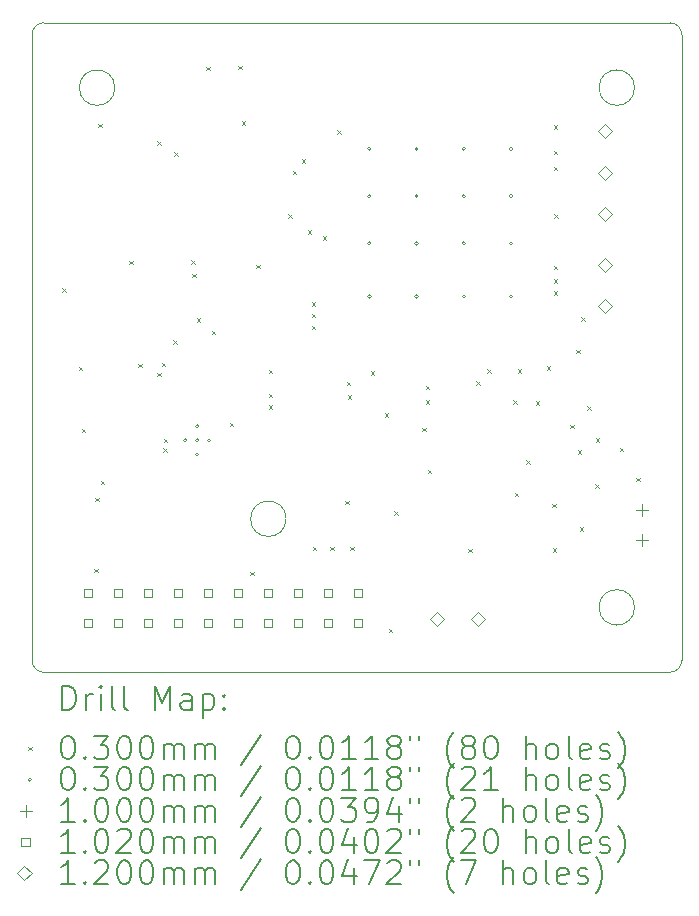
<source format=gbr>
%TF.GenerationSoftware,KiCad,Pcbnew,8.0.7*%
%TF.CreationDate,2025-07-10T22:44:46+02:00*%
%TF.ProjectId,modbus-to-x,6d6f6462-7573-42d7-946f-2d782e6b6963,rev?*%
%TF.SameCoordinates,Original*%
%TF.FileFunction,Drillmap*%
%TF.FilePolarity,Positive*%
%FSLAX45Y45*%
G04 Gerber Fmt 4.5, Leading zero omitted, Abs format (unit mm)*
G04 Created by KiCad (PCBNEW 8.0.7) date 2025-07-10 22:44:46*
%MOMM*%
%LPD*%
G01*
G04 APERTURE LIST*
%ADD10C,0.100000*%
%ADD11C,0.050000*%
%ADD12C,0.200000*%
%ADD13C,0.102000*%
%ADD14C,0.120000*%
G04 APERTURE END LIST*
D10*
X8100000Y-13500000D02*
G75*
G02*
X8000000Y-13400000I0J100000D01*
G01*
X8000000Y-8100000D02*
G75*
G02*
X8100000Y-8000000I100000J0D01*
G01*
X13500000Y-13400000D02*
G75*
G02*
X13400000Y-13500000I-100000J0D01*
G01*
X13400000Y-8000000D02*
G75*
G02*
X13500000Y-8100000I0J-100000D01*
G01*
X8000000Y-13400000D02*
X8000000Y-8100000D01*
X13400000Y-13500000D02*
X8100000Y-13500000D01*
X8100000Y-8000000D02*
X13400000Y-8000000D01*
X13500000Y-8100000D02*
X13500000Y-13400000D01*
D11*
X8700000Y-8550000D02*
G75*
G02*
X8400000Y-8550000I-150000J0D01*
G01*
X8400000Y-8550000D02*
G75*
G02*
X8700000Y-8550000I150000J0D01*
G01*
X13100000Y-12950000D02*
G75*
G02*
X12800000Y-12950000I-150000J0D01*
G01*
X12800000Y-12950000D02*
G75*
G02*
X13100000Y-12950000I150000J0D01*
G01*
X13100000Y-8550000D02*
G75*
G02*
X12800000Y-8550000I-150000J0D01*
G01*
X12800000Y-8550000D02*
G75*
G02*
X13100000Y-8550000I150000J0D01*
G01*
X10150000Y-12200000D02*
G75*
G02*
X9850000Y-12200000I-150000J0D01*
G01*
X9850000Y-12200000D02*
G75*
G02*
X10150000Y-12200000I150000J0D01*
G01*
D12*
D10*
X8255240Y-10246600D02*
X8285240Y-10276600D01*
X8285240Y-10246600D02*
X8255240Y-10276600D01*
X8394120Y-10913230D02*
X8424120Y-10943230D01*
X8424120Y-10913230D02*
X8394120Y-10943230D01*
X8419520Y-11436470D02*
X8449520Y-11466470D01*
X8449520Y-11436470D02*
X8419520Y-11466470D01*
X8524480Y-12624040D02*
X8554480Y-12654040D01*
X8554480Y-12624040D02*
X8524480Y-12654040D01*
X8536360Y-12020670D02*
X8566360Y-12050670D01*
X8566360Y-12020670D02*
X8536360Y-12050670D01*
X8560040Y-8854680D02*
X8590040Y-8884680D01*
X8590040Y-8854680D02*
X8560040Y-8884680D01*
X8582370Y-11876410D02*
X8612370Y-11906410D01*
X8612370Y-11876410D02*
X8582370Y-11906410D01*
X8820840Y-10014070D02*
X8850840Y-10044070D01*
X8850840Y-10014070D02*
X8820840Y-10044070D01*
X8897040Y-10887830D02*
X8927040Y-10917830D01*
X8927040Y-10887830D02*
X8897040Y-10917830D01*
X9057870Y-9002310D02*
X9087870Y-9032310D01*
X9087870Y-9002310D02*
X9057870Y-9032310D01*
X9059600Y-10964030D02*
X9089600Y-10994030D01*
X9089600Y-10964030D02*
X9059600Y-10994030D01*
X9095550Y-10880630D02*
X9125550Y-10910630D01*
X9125550Y-10880630D02*
X9095550Y-10910630D01*
X9110400Y-11600710D02*
X9140400Y-11630710D01*
X9140400Y-11600710D02*
X9110400Y-11630710D01*
X9113360Y-11520710D02*
X9143360Y-11550710D01*
X9143360Y-11520710D02*
X9113360Y-11550710D01*
X9196760Y-10689710D02*
X9226760Y-10719710D01*
X9226760Y-10689710D02*
X9196760Y-10719710D01*
X9205200Y-9098520D02*
X9235200Y-9128520D01*
X9235200Y-9098520D02*
X9205200Y-9128520D01*
X9349160Y-10008990D02*
X9379160Y-10038990D01*
X9379160Y-10008990D02*
X9349160Y-10038990D01*
X9354240Y-10125830D02*
X9384240Y-10155830D01*
X9384240Y-10125830D02*
X9354240Y-10155830D01*
X9394880Y-10501750D02*
X9424880Y-10531750D01*
X9424880Y-10501750D02*
X9394880Y-10531750D01*
X9473240Y-8370990D02*
X9503240Y-8400990D01*
X9503240Y-8370990D02*
X9473240Y-8400990D01*
X9521880Y-10608430D02*
X9551880Y-10638430D01*
X9551880Y-10608430D02*
X9521880Y-10638430D01*
X9674280Y-11385670D02*
X9704280Y-11415670D01*
X9704280Y-11385670D02*
X9674280Y-11415670D01*
X9745680Y-8362910D02*
X9775680Y-8392910D01*
X9775680Y-8362910D02*
X9745680Y-8392910D01*
X9775770Y-8834360D02*
X9805770Y-8864360D01*
X9805770Y-8834360D02*
X9775770Y-8864360D01*
X9845280Y-12649440D02*
X9875280Y-12679440D01*
X9875280Y-12649440D02*
X9845280Y-12679440D01*
X9897420Y-10050010D02*
X9927420Y-10080010D01*
X9927420Y-10050010D02*
X9897420Y-10080010D01*
X10004480Y-11238350D02*
X10034480Y-11268350D01*
X10034480Y-11238350D02*
X10004480Y-11268350D01*
X10004870Y-10936510D02*
X10034870Y-10966510D01*
X10034870Y-10936510D02*
X10004870Y-10966510D01*
X10004870Y-11139710D02*
X10034870Y-11169710D01*
X10034870Y-11139710D02*
X10004870Y-11169710D01*
X10168120Y-9619430D02*
X10198120Y-9649430D01*
X10198120Y-9619430D02*
X10168120Y-9649430D01*
X10207680Y-9252070D02*
X10237680Y-9282070D01*
X10237680Y-9252070D02*
X10207680Y-9282070D01*
X10283880Y-9155550D02*
X10313880Y-9185550D01*
X10313880Y-9155550D02*
X10283880Y-9185550D01*
X10332960Y-9758920D02*
X10362960Y-9788920D01*
X10362960Y-9758920D02*
X10332960Y-9788920D01*
X10368520Y-10368520D02*
X10398520Y-10398520D01*
X10398520Y-10368520D02*
X10368520Y-10398520D01*
X10368520Y-10465040D02*
X10398520Y-10495040D01*
X10398520Y-10465040D02*
X10368520Y-10495040D01*
X10368520Y-10566640D02*
X10398520Y-10596640D01*
X10398520Y-10566640D02*
X10368520Y-10596640D01*
X10375710Y-12435110D02*
X10405710Y-12465110D01*
X10405710Y-12435110D02*
X10375710Y-12465110D01*
X10459960Y-9809720D02*
X10489960Y-9839720D01*
X10489960Y-9809720D02*
X10459960Y-9839720D01*
X10523030Y-12435110D02*
X10553030Y-12465110D01*
X10553030Y-12435110D02*
X10523030Y-12465110D01*
X10581880Y-8911700D02*
X10611880Y-8941700D01*
X10611880Y-8911700D02*
X10581880Y-8941700D01*
X10649640Y-12046070D02*
X10679640Y-12076070D01*
X10679640Y-12046070D02*
X10649640Y-12076070D01*
X10665270Y-11038110D02*
X10695270Y-11068110D01*
X10695270Y-11038110D02*
X10665270Y-11068110D01*
X10670350Y-11154950D02*
X10700350Y-11184950D01*
X10700350Y-11154950D02*
X10670350Y-11184950D01*
X10693640Y-12436080D02*
X10723640Y-12466080D01*
X10723640Y-12436080D02*
X10693640Y-12466080D01*
X10868470Y-10949210D02*
X10898470Y-10979210D01*
X10898470Y-10949210D02*
X10868470Y-10979210D01*
X10984920Y-11304390D02*
X11014920Y-11334390D01*
X11014920Y-11304390D02*
X10984920Y-11334390D01*
X11018760Y-13132040D02*
X11048760Y-13162040D01*
X11048760Y-13132040D02*
X11018760Y-13162040D01*
X11064480Y-12136360D02*
X11094480Y-12166360D01*
X11094480Y-12136360D02*
X11064480Y-12166360D01*
X11303240Y-11430240D02*
X11333240Y-11460240D01*
X11333240Y-11430240D02*
X11303240Y-11460240D01*
X11330750Y-11073670D02*
X11360750Y-11103670D01*
X11360750Y-11073670D02*
X11330750Y-11103670D01*
X11330750Y-11195590D02*
X11360750Y-11225590D01*
X11360750Y-11195590D02*
X11330750Y-11225590D01*
X11348960Y-11785840D02*
X11378960Y-11815840D01*
X11378960Y-11785840D02*
X11348960Y-11815840D01*
X11691040Y-12452470D02*
X11721040Y-12482470D01*
X11721040Y-12452470D02*
X11691040Y-12482470D01*
X11760440Y-11034000D02*
X11790440Y-11064000D01*
X11790440Y-11034000D02*
X11760440Y-11064000D01*
X11853600Y-10933550D02*
X11883600Y-10963550D01*
X11883600Y-10933550D02*
X11853600Y-10963550D01*
X12073410Y-11195590D02*
X12103410Y-11225590D01*
X12103410Y-11195590D02*
X12073410Y-11225590D01*
X12087280Y-11979170D02*
X12117280Y-12009170D01*
X12117280Y-11979170D02*
X12087280Y-12009170D01*
X12112680Y-10933550D02*
X12142680Y-10963550D01*
X12142680Y-10933550D02*
X12112680Y-10963550D01*
X12184190Y-11703590D02*
X12214190Y-11733590D01*
X12214190Y-11703590D02*
X12184190Y-11733590D01*
X12265470Y-11204150D02*
X12295470Y-11234150D01*
X12295470Y-11204150D02*
X12265470Y-11234150D01*
X12355760Y-10909210D02*
X12385760Y-10939210D01*
X12385760Y-10909210D02*
X12355760Y-10939210D01*
X12402630Y-12071890D02*
X12432630Y-12101890D01*
X12432630Y-12071890D02*
X12402630Y-12101890D01*
X12407710Y-12450350D02*
X12437710Y-12480350D01*
X12437710Y-12450350D02*
X12407710Y-12480350D01*
X12415760Y-8869920D02*
X12445760Y-8899920D01*
X12445760Y-8869920D02*
X12415760Y-8899920D01*
X12415760Y-9083280D02*
X12445760Y-9113280D01*
X12445760Y-9083280D02*
X12415760Y-9113280D01*
X12415760Y-10058640D02*
X12445760Y-10088640D01*
X12445760Y-10058640D02*
X12415760Y-10088640D01*
X12415760Y-10170400D02*
X12445760Y-10200400D01*
X12445760Y-10170400D02*
X12415760Y-10200400D01*
X12415760Y-10272000D02*
X12445760Y-10302000D01*
X12445760Y-10272000D02*
X12415760Y-10302000D01*
X12417870Y-9219470D02*
X12447870Y-9249470D01*
X12447870Y-9219470D02*
X12417870Y-9249470D01*
X12420840Y-9621760D02*
X12450840Y-9651760D01*
X12450840Y-9621760D02*
X12420840Y-9651760D01*
X12554640Y-11405100D02*
X12584640Y-11435100D01*
X12584640Y-11405100D02*
X12554640Y-11435100D01*
X12608800Y-10769840D02*
X12638800Y-10799840D01*
X12638800Y-10769840D02*
X12608800Y-10799840D01*
X12620680Y-11619350D02*
X12650680Y-11649350D01*
X12650680Y-11619350D02*
X12620680Y-11649350D01*
X12635920Y-12269590D02*
X12665920Y-12299590D01*
X12665920Y-12269590D02*
X12635920Y-12299590D01*
X12651160Y-10491590D02*
X12681160Y-10521590D01*
X12681160Y-10491590D02*
X12651160Y-10521590D01*
X12701960Y-11248510D02*
X12731960Y-11278510D01*
X12731960Y-11248510D02*
X12701960Y-11278510D01*
X12768000Y-11908910D02*
X12798000Y-11938910D01*
X12798000Y-11908910D02*
X12768000Y-11938910D01*
X12772610Y-11517750D02*
X12802610Y-11547750D01*
X12802610Y-11517750D02*
X12772610Y-11547750D01*
X12976670Y-11596910D02*
X13006670Y-11626910D01*
X13006670Y-11596910D02*
X12976670Y-11626910D01*
X13116800Y-11851880D02*
X13146800Y-11881880D01*
X13146800Y-11851880D02*
X13116800Y-11881880D01*
X9312570Y-11535710D02*
G75*
G02*
X9282570Y-11535710I-15000J0D01*
G01*
X9282570Y-11535710D02*
G75*
G02*
X9312570Y-11535710I15000J0D01*
G01*
X9412570Y-11415710D02*
G75*
G02*
X9382570Y-11415710I-15000J0D01*
G01*
X9382570Y-11415710D02*
G75*
G02*
X9412570Y-11415710I15000J0D01*
G01*
X9412570Y-11535710D02*
G75*
G02*
X9382570Y-11535710I-15000J0D01*
G01*
X9382570Y-11535710D02*
G75*
G02*
X9412570Y-11535710I15000J0D01*
G01*
X9412570Y-11655710D02*
G75*
G02*
X9382570Y-11655710I-15000J0D01*
G01*
X9382570Y-11655710D02*
G75*
G02*
X9412570Y-11655710I15000J0D01*
G01*
X9512570Y-11535710D02*
G75*
G02*
X9482570Y-11535710I-15000J0D01*
G01*
X9482570Y-11535710D02*
G75*
G02*
X9512570Y-11535710I15000J0D01*
G01*
X10869970Y-9068010D02*
G75*
G02*
X10839970Y-9068010I-15000J0D01*
G01*
X10839970Y-9068010D02*
G75*
G02*
X10869970Y-9068010I15000J0D01*
G01*
X10869970Y-9468010D02*
G75*
G02*
X10839970Y-9468010I-15000J0D01*
G01*
X10839970Y-9468010D02*
G75*
G02*
X10869970Y-9468010I15000J0D01*
G01*
X10869970Y-9868010D02*
G75*
G02*
X10839970Y-9868010I-15000J0D01*
G01*
X10839970Y-9868010D02*
G75*
G02*
X10869970Y-9868010I15000J0D01*
G01*
X10869970Y-10318010D02*
G75*
G02*
X10839970Y-10318010I-15000J0D01*
G01*
X10839970Y-10318010D02*
G75*
G02*
X10869970Y-10318010I15000J0D01*
G01*
X11269970Y-9068010D02*
G75*
G02*
X11239970Y-9068010I-15000J0D01*
G01*
X11239970Y-9068010D02*
G75*
G02*
X11269970Y-9068010I15000J0D01*
G01*
X11269970Y-9468010D02*
G75*
G02*
X11239970Y-9468010I-15000J0D01*
G01*
X11239970Y-9468010D02*
G75*
G02*
X11269970Y-9468010I15000J0D01*
G01*
X11269970Y-9868010D02*
G75*
G02*
X11239970Y-9868010I-15000J0D01*
G01*
X11239970Y-9868010D02*
G75*
G02*
X11269970Y-9868010I15000J0D01*
G01*
X11269970Y-10318010D02*
G75*
G02*
X11239970Y-10318010I-15000J0D01*
G01*
X11239970Y-10318010D02*
G75*
G02*
X11269970Y-10318010I15000J0D01*
G01*
X11669970Y-9068010D02*
G75*
G02*
X11639970Y-9068010I-15000J0D01*
G01*
X11639970Y-9068010D02*
G75*
G02*
X11669970Y-9068010I15000J0D01*
G01*
X11669970Y-9468010D02*
G75*
G02*
X11639970Y-9468010I-15000J0D01*
G01*
X11639970Y-9468010D02*
G75*
G02*
X11669970Y-9468010I15000J0D01*
G01*
X11669970Y-9868010D02*
G75*
G02*
X11639970Y-9868010I-15000J0D01*
G01*
X11639970Y-9868010D02*
G75*
G02*
X11669970Y-9868010I15000J0D01*
G01*
X11669970Y-10318010D02*
G75*
G02*
X11639970Y-10318010I-15000J0D01*
G01*
X11639970Y-10318010D02*
G75*
G02*
X11669970Y-10318010I15000J0D01*
G01*
X12069970Y-9068010D02*
G75*
G02*
X12039970Y-9068010I-15000J0D01*
G01*
X12039970Y-9068010D02*
G75*
G02*
X12069970Y-9068010I15000J0D01*
G01*
X12069970Y-9468010D02*
G75*
G02*
X12039970Y-9468010I-15000J0D01*
G01*
X12039970Y-9468010D02*
G75*
G02*
X12069970Y-9468010I15000J0D01*
G01*
X12069970Y-9868010D02*
G75*
G02*
X12039970Y-9868010I-15000J0D01*
G01*
X12039970Y-9868010D02*
G75*
G02*
X12069970Y-9868010I15000J0D01*
G01*
X12069970Y-10318010D02*
G75*
G02*
X12039970Y-10318010I-15000J0D01*
G01*
X12039970Y-10318010D02*
G75*
G02*
X12069970Y-10318010I15000J0D01*
G01*
X13162280Y-12075460D02*
X13162280Y-12175460D01*
X13112280Y-12125460D02*
X13212280Y-12125460D01*
X13162280Y-12329460D02*
X13162280Y-12429460D01*
X13112280Y-12379460D02*
X13212280Y-12379460D01*
D13*
X8509503Y-12863063D02*
X8509503Y-12790937D01*
X8437377Y-12790937D01*
X8437377Y-12863063D01*
X8509503Y-12863063D01*
X8509503Y-13117063D02*
X8509503Y-13044937D01*
X8437377Y-13044937D01*
X8437377Y-13117063D01*
X8509503Y-13117063D01*
X8763503Y-12863063D02*
X8763503Y-12790937D01*
X8691377Y-12790937D01*
X8691377Y-12863063D01*
X8763503Y-12863063D01*
X8763503Y-13117063D02*
X8763503Y-13044937D01*
X8691377Y-13044937D01*
X8691377Y-13117063D01*
X8763503Y-13117063D01*
X9017503Y-12863063D02*
X9017503Y-12790937D01*
X8945377Y-12790937D01*
X8945377Y-12863063D01*
X9017503Y-12863063D01*
X9017503Y-13117063D02*
X9017503Y-13044937D01*
X8945377Y-13044937D01*
X8945377Y-13117063D01*
X9017503Y-13117063D01*
X9271503Y-12863063D02*
X9271503Y-12790937D01*
X9199377Y-12790937D01*
X9199377Y-12863063D01*
X9271503Y-12863063D01*
X9271503Y-13117063D02*
X9271503Y-13044937D01*
X9199377Y-13044937D01*
X9199377Y-13117063D01*
X9271503Y-13117063D01*
X9525503Y-12863063D02*
X9525503Y-12790937D01*
X9453377Y-12790937D01*
X9453377Y-12863063D01*
X9525503Y-12863063D01*
X9525503Y-13117063D02*
X9525503Y-13044937D01*
X9453377Y-13044937D01*
X9453377Y-13117063D01*
X9525503Y-13117063D01*
X9779503Y-12863063D02*
X9779503Y-12790937D01*
X9707377Y-12790937D01*
X9707377Y-12863063D01*
X9779503Y-12863063D01*
X9779503Y-13117063D02*
X9779503Y-13044937D01*
X9707377Y-13044937D01*
X9707377Y-13117063D01*
X9779503Y-13117063D01*
X10033503Y-12863063D02*
X10033503Y-12790937D01*
X9961377Y-12790937D01*
X9961377Y-12863063D01*
X10033503Y-12863063D01*
X10033503Y-13117063D02*
X10033503Y-13044937D01*
X9961377Y-13044937D01*
X9961377Y-13117063D01*
X10033503Y-13117063D01*
X10287503Y-12863063D02*
X10287503Y-12790937D01*
X10215377Y-12790937D01*
X10215377Y-12863063D01*
X10287503Y-12863063D01*
X10287503Y-13117063D02*
X10287503Y-13044937D01*
X10215377Y-13044937D01*
X10215377Y-13117063D01*
X10287503Y-13117063D01*
X10541503Y-12863063D02*
X10541503Y-12790937D01*
X10469377Y-12790937D01*
X10469377Y-12863063D01*
X10541503Y-12863063D01*
X10541503Y-13117063D02*
X10541503Y-13044937D01*
X10469377Y-13044937D01*
X10469377Y-13117063D01*
X10541503Y-13117063D01*
X10795503Y-12863063D02*
X10795503Y-12790937D01*
X10723377Y-12790937D01*
X10723377Y-12863063D01*
X10795503Y-12863063D01*
X10795503Y-13117063D02*
X10795503Y-13044937D01*
X10723377Y-13044937D01*
X10723377Y-13117063D01*
X10795503Y-13117063D01*
D14*
X11427160Y-13111670D02*
X11487160Y-13051670D01*
X11427160Y-12991670D01*
X11367160Y-13051670D01*
X11427160Y-13111670D01*
X11777160Y-13111670D02*
X11837160Y-13051670D01*
X11777160Y-12991670D01*
X11717160Y-13051670D01*
X11777160Y-13111670D01*
X12851970Y-8979510D02*
X12911970Y-8919510D01*
X12851970Y-8859510D01*
X12791970Y-8919510D01*
X12851970Y-8979510D01*
X12851970Y-9329510D02*
X12911970Y-9269510D01*
X12851970Y-9209510D01*
X12791970Y-9269510D01*
X12851970Y-9329510D01*
X12851970Y-9679510D02*
X12911970Y-9619510D01*
X12851970Y-9559510D01*
X12791970Y-9619510D01*
X12851970Y-9679510D01*
X12851970Y-10109810D02*
X12911970Y-10049810D01*
X12851970Y-9989810D01*
X12791970Y-10049810D01*
X12851970Y-10109810D01*
X12851970Y-10459810D02*
X12911970Y-10399810D01*
X12851970Y-10339810D01*
X12791970Y-10399810D01*
X12851970Y-10459810D01*
D12*
X8255777Y-13816484D02*
X8255777Y-13616484D01*
X8255777Y-13616484D02*
X8303396Y-13616484D01*
X8303396Y-13616484D02*
X8331967Y-13626008D01*
X8331967Y-13626008D02*
X8351015Y-13645055D01*
X8351015Y-13645055D02*
X8360539Y-13664103D01*
X8360539Y-13664103D02*
X8370062Y-13702198D01*
X8370062Y-13702198D02*
X8370062Y-13730769D01*
X8370062Y-13730769D02*
X8360539Y-13768865D01*
X8360539Y-13768865D02*
X8351015Y-13787912D01*
X8351015Y-13787912D02*
X8331967Y-13806960D01*
X8331967Y-13806960D02*
X8303396Y-13816484D01*
X8303396Y-13816484D02*
X8255777Y-13816484D01*
X8455777Y-13816484D02*
X8455777Y-13683150D01*
X8455777Y-13721246D02*
X8465301Y-13702198D01*
X8465301Y-13702198D02*
X8474824Y-13692674D01*
X8474824Y-13692674D02*
X8493872Y-13683150D01*
X8493872Y-13683150D02*
X8512920Y-13683150D01*
X8579586Y-13816484D02*
X8579586Y-13683150D01*
X8579586Y-13616484D02*
X8570063Y-13626008D01*
X8570063Y-13626008D02*
X8579586Y-13635531D01*
X8579586Y-13635531D02*
X8589110Y-13626008D01*
X8589110Y-13626008D02*
X8579586Y-13616484D01*
X8579586Y-13616484D02*
X8579586Y-13635531D01*
X8703396Y-13816484D02*
X8684348Y-13806960D01*
X8684348Y-13806960D02*
X8674824Y-13787912D01*
X8674824Y-13787912D02*
X8674824Y-13616484D01*
X8808158Y-13816484D02*
X8789110Y-13806960D01*
X8789110Y-13806960D02*
X8779586Y-13787912D01*
X8779586Y-13787912D02*
X8779586Y-13616484D01*
X9036729Y-13816484D02*
X9036729Y-13616484D01*
X9036729Y-13616484D02*
X9103396Y-13759341D01*
X9103396Y-13759341D02*
X9170063Y-13616484D01*
X9170063Y-13616484D02*
X9170063Y-13816484D01*
X9351015Y-13816484D02*
X9351015Y-13711722D01*
X9351015Y-13711722D02*
X9341491Y-13692674D01*
X9341491Y-13692674D02*
X9322444Y-13683150D01*
X9322444Y-13683150D02*
X9284348Y-13683150D01*
X9284348Y-13683150D02*
X9265301Y-13692674D01*
X9351015Y-13806960D02*
X9331967Y-13816484D01*
X9331967Y-13816484D02*
X9284348Y-13816484D01*
X9284348Y-13816484D02*
X9265301Y-13806960D01*
X9265301Y-13806960D02*
X9255777Y-13787912D01*
X9255777Y-13787912D02*
X9255777Y-13768865D01*
X9255777Y-13768865D02*
X9265301Y-13749817D01*
X9265301Y-13749817D02*
X9284348Y-13740293D01*
X9284348Y-13740293D02*
X9331967Y-13740293D01*
X9331967Y-13740293D02*
X9351015Y-13730769D01*
X9446253Y-13683150D02*
X9446253Y-13883150D01*
X9446253Y-13692674D02*
X9465301Y-13683150D01*
X9465301Y-13683150D02*
X9503396Y-13683150D01*
X9503396Y-13683150D02*
X9522444Y-13692674D01*
X9522444Y-13692674D02*
X9531967Y-13702198D01*
X9531967Y-13702198D02*
X9541491Y-13721246D01*
X9541491Y-13721246D02*
X9541491Y-13778388D01*
X9541491Y-13778388D02*
X9531967Y-13797436D01*
X9531967Y-13797436D02*
X9522444Y-13806960D01*
X9522444Y-13806960D02*
X9503396Y-13816484D01*
X9503396Y-13816484D02*
X9465301Y-13816484D01*
X9465301Y-13816484D02*
X9446253Y-13806960D01*
X9627205Y-13797436D02*
X9636729Y-13806960D01*
X9636729Y-13806960D02*
X9627205Y-13816484D01*
X9627205Y-13816484D02*
X9617682Y-13806960D01*
X9617682Y-13806960D02*
X9627205Y-13797436D01*
X9627205Y-13797436D02*
X9627205Y-13816484D01*
X9627205Y-13692674D02*
X9636729Y-13702198D01*
X9636729Y-13702198D02*
X9627205Y-13711722D01*
X9627205Y-13711722D02*
X9617682Y-13702198D01*
X9617682Y-13702198D02*
X9627205Y-13692674D01*
X9627205Y-13692674D02*
X9627205Y-13711722D01*
D10*
X7965000Y-14130000D02*
X7995000Y-14160000D01*
X7995000Y-14130000D02*
X7965000Y-14160000D01*
D12*
X8293872Y-14036484D02*
X8312920Y-14036484D01*
X8312920Y-14036484D02*
X8331967Y-14046008D01*
X8331967Y-14046008D02*
X8341491Y-14055531D01*
X8341491Y-14055531D02*
X8351015Y-14074579D01*
X8351015Y-14074579D02*
X8360539Y-14112674D01*
X8360539Y-14112674D02*
X8360539Y-14160293D01*
X8360539Y-14160293D02*
X8351015Y-14198388D01*
X8351015Y-14198388D02*
X8341491Y-14217436D01*
X8341491Y-14217436D02*
X8331967Y-14226960D01*
X8331967Y-14226960D02*
X8312920Y-14236484D01*
X8312920Y-14236484D02*
X8293872Y-14236484D01*
X8293872Y-14236484D02*
X8274824Y-14226960D01*
X8274824Y-14226960D02*
X8265301Y-14217436D01*
X8265301Y-14217436D02*
X8255777Y-14198388D01*
X8255777Y-14198388D02*
X8246253Y-14160293D01*
X8246253Y-14160293D02*
X8246253Y-14112674D01*
X8246253Y-14112674D02*
X8255777Y-14074579D01*
X8255777Y-14074579D02*
X8265301Y-14055531D01*
X8265301Y-14055531D02*
X8274824Y-14046008D01*
X8274824Y-14046008D02*
X8293872Y-14036484D01*
X8446253Y-14217436D02*
X8455777Y-14226960D01*
X8455777Y-14226960D02*
X8446253Y-14236484D01*
X8446253Y-14236484D02*
X8436729Y-14226960D01*
X8436729Y-14226960D02*
X8446253Y-14217436D01*
X8446253Y-14217436D02*
X8446253Y-14236484D01*
X8522444Y-14036484D02*
X8646253Y-14036484D01*
X8646253Y-14036484D02*
X8579586Y-14112674D01*
X8579586Y-14112674D02*
X8608158Y-14112674D01*
X8608158Y-14112674D02*
X8627205Y-14122198D01*
X8627205Y-14122198D02*
X8636729Y-14131722D01*
X8636729Y-14131722D02*
X8646253Y-14150769D01*
X8646253Y-14150769D02*
X8646253Y-14198388D01*
X8646253Y-14198388D02*
X8636729Y-14217436D01*
X8636729Y-14217436D02*
X8627205Y-14226960D01*
X8627205Y-14226960D02*
X8608158Y-14236484D01*
X8608158Y-14236484D02*
X8551015Y-14236484D01*
X8551015Y-14236484D02*
X8531967Y-14226960D01*
X8531967Y-14226960D02*
X8522444Y-14217436D01*
X8770063Y-14036484D02*
X8789110Y-14036484D01*
X8789110Y-14036484D02*
X8808158Y-14046008D01*
X8808158Y-14046008D02*
X8817682Y-14055531D01*
X8817682Y-14055531D02*
X8827205Y-14074579D01*
X8827205Y-14074579D02*
X8836729Y-14112674D01*
X8836729Y-14112674D02*
X8836729Y-14160293D01*
X8836729Y-14160293D02*
X8827205Y-14198388D01*
X8827205Y-14198388D02*
X8817682Y-14217436D01*
X8817682Y-14217436D02*
X8808158Y-14226960D01*
X8808158Y-14226960D02*
X8789110Y-14236484D01*
X8789110Y-14236484D02*
X8770063Y-14236484D01*
X8770063Y-14236484D02*
X8751015Y-14226960D01*
X8751015Y-14226960D02*
X8741491Y-14217436D01*
X8741491Y-14217436D02*
X8731967Y-14198388D01*
X8731967Y-14198388D02*
X8722444Y-14160293D01*
X8722444Y-14160293D02*
X8722444Y-14112674D01*
X8722444Y-14112674D02*
X8731967Y-14074579D01*
X8731967Y-14074579D02*
X8741491Y-14055531D01*
X8741491Y-14055531D02*
X8751015Y-14046008D01*
X8751015Y-14046008D02*
X8770063Y-14036484D01*
X8960539Y-14036484D02*
X8979586Y-14036484D01*
X8979586Y-14036484D02*
X8998634Y-14046008D01*
X8998634Y-14046008D02*
X9008158Y-14055531D01*
X9008158Y-14055531D02*
X9017682Y-14074579D01*
X9017682Y-14074579D02*
X9027205Y-14112674D01*
X9027205Y-14112674D02*
X9027205Y-14160293D01*
X9027205Y-14160293D02*
X9017682Y-14198388D01*
X9017682Y-14198388D02*
X9008158Y-14217436D01*
X9008158Y-14217436D02*
X8998634Y-14226960D01*
X8998634Y-14226960D02*
X8979586Y-14236484D01*
X8979586Y-14236484D02*
X8960539Y-14236484D01*
X8960539Y-14236484D02*
X8941491Y-14226960D01*
X8941491Y-14226960D02*
X8931967Y-14217436D01*
X8931967Y-14217436D02*
X8922444Y-14198388D01*
X8922444Y-14198388D02*
X8912920Y-14160293D01*
X8912920Y-14160293D02*
X8912920Y-14112674D01*
X8912920Y-14112674D02*
X8922444Y-14074579D01*
X8922444Y-14074579D02*
X8931967Y-14055531D01*
X8931967Y-14055531D02*
X8941491Y-14046008D01*
X8941491Y-14046008D02*
X8960539Y-14036484D01*
X9112920Y-14236484D02*
X9112920Y-14103150D01*
X9112920Y-14122198D02*
X9122444Y-14112674D01*
X9122444Y-14112674D02*
X9141491Y-14103150D01*
X9141491Y-14103150D02*
X9170063Y-14103150D01*
X9170063Y-14103150D02*
X9189110Y-14112674D01*
X9189110Y-14112674D02*
X9198634Y-14131722D01*
X9198634Y-14131722D02*
X9198634Y-14236484D01*
X9198634Y-14131722D02*
X9208158Y-14112674D01*
X9208158Y-14112674D02*
X9227205Y-14103150D01*
X9227205Y-14103150D02*
X9255777Y-14103150D01*
X9255777Y-14103150D02*
X9274825Y-14112674D01*
X9274825Y-14112674D02*
X9284348Y-14131722D01*
X9284348Y-14131722D02*
X9284348Y-14236484D01*
X9379586Y-14236484D02*
X9379586Y-14103150D01*
X9379586Y-14122198D02*
X9389110Y-14112674D01*
X9389110Y-14112674D02*
X9408158Y-14103150D01*
X9408158Y-14103150D02*
X9436729Y-14103150D01*
X9436729Y-14103150D02*
X9455777Y-14112674D01*
X9455777Y-14112674D02*
X9465301Y-14131722D01*
X9465301Y-14131722D02*
X9465301Y-14236484D01*
X9465301Y-14131722D02*
X9474825Y-14112674D01*
X9474825Y-14112674D02*
X9493872Y-14103150D01*
X9493872Y-14103150D02*
X9522444Y-14103150D01*
X9522444Y-14103150D02*
X9541491Y-14112674D01*
X9541491Y-14112674D02*
X9551015Y-14131722D01*
X9551015Y-14131722D02*
X9551015Y-14236484D01*
X9941491Y-14026960D02*
X9770063Y-14284103D01*
X10198634Y-14036484D02*
X10217682Y-14036484D01*
X10217682Y-14036484D02*
X10236729Y-14046008D01*
X10236729Y-14046008D02*
X10246253Y-14055531D01*
X10246253Y-14055531D02*
X10255777Y-14074579D01*
X10255777Y-14074579D02*
X10265301Y-14112674D01*
X10265301Y-14112674D02*
X10265301Y-14160293D01*
X10265301Y-14160293D02*
X10255777Y-14198388D01*
X10255777Y-14198388D02*
X10246253Y-14217436D01*
X10246253Y-14217436D02*
X10236729Y-14226960D01*
X10236729Y-14226960D02*
X10217682Y-14236484D01*
X10217682Y-14236484D02*
X10198634Y-14236484D01*
X10198634Y-14236484D02*
X10179587Y-14226960D01*
X10179587Y-14226960D02*
X10170063Y-14217436D01*
X10170063Y-14217436D02*
X10160539Y-14198388D01*
X10160539Y-14198388D02*
X10151015Y-14160293D01*
X10151015Y-14160293D02*
X10151015Y-14112674D01*
X10151015Y-14112674D02*
X10160539Y-14074579D01*
X10160539Y-14074579D02*
X10170063Y-14055531D01*
X10170063Y-14055531D02*
X10179587Y-14046008D01*
X10179587Y-14046008D02*
X10198634Y-14036484D01*
X10351015Y-14217436D02*
X10360539Y-14226960D01*
X10360539Y-14226960D02*
X10351015Y-14236484D01*
X10351015Y-14236484D02*
X10341491Y-14226960D01*
X10341491Y-14226960D02*
X10351015Y-14217436D01*
X10351015Y-14217436D02*
X10351015Y-14236484D01*
X10484348Y-14036484D02*
X10503396Y-14036484D01*
X10503396Y-14036484D02*
X10522444Y-14046008D01*
X10522444Y-14046008D02*
X10531968Y-14055531D01*
X10531968Y-14055531D02*
X10541491Y-14074579D01*
X10541491Y-14074579D02*
X10551015Y-14112674D01*
X10551015Y-14112674D02*
X10551015Y-14160293D01*
X10551015Y-14160293D02*
X10541491Y-14198388D01*
X10541491Y-14198388D02*
X10531968Y-14217436D01*
X10531968Y-14217436D02*
X10522444Y-14226960D01*
X10522444Y-14226960D02*
X10503396Y-14236484D01*
X10503396Y-14236484D02*
X10484348Y-14236484D01*
X10484348Y-14236484D02*
X10465301Y-14226960D01*
X10465301Y-14226960D02*
X10455777Y-14217436D01*
X10455777Y-14217436D02*
X10446253Y-14198388D01*
X10446253Y-14198388D02*
X10436729Y-14160293D01*
X10436729Y-14160293D02*
X10436729Y-14112674D01*
X10436729Y-14112674D02*
X10446253Y-14074579D01*
X10446253Y-14074579D02*
X10455777Y-14055531D01*
X10455777Y-14055531D02*
X10465301Y-14046008D01*
X10465301Y-14046008D02*
X10484348Y-14036484D01*
X10741491Y-14236484D02*
X10627206Y-14236484D01*
X10684348Y-14236484D02*
X10684348Y-14036484D01*
X10684348Y-14036484D02*
X10665301Y-14065055D01*
X10665301Y-14065055D02*
X10646253Y-14084103D01*
X10646253Y-14084103D02*
X10627206Y-14093627D01*
X10931968Y-14236484D02*
X10817682Y-14236484D01*
X10874825Y-14236484D02*
X10874825Y-14036484D01*
X10874825Y-14036484D02*
X10855777Y-14065055D01*
X10855777Y-14065055D02*
X10836729Y-14084103D01*
X10836729Y-14084103D02*
X10817682Y-14093627D01*
X11046253Y-14122198D02*
X11027206Y-14112674D01*
X11027206Y-14112674D02*
X11017682Y-14103150D01*
X11017682Y-14103150D02*
X11008158Y-14084103D01*
X11008158Y-14084103D02*
X11008158Y-14074579D01*
X11008158Y-14074579D02*
X11017682Y-14055531D01*
X11017682Y-14055531D02*
X11027206Y-14046008D01*
X11027206Y-14046008D02*
X11046253Y-14036484D01*
X11046253Y-14036484D02*
X11084349Y-14036484D01*
X11084349Y-14036484D02*
X11103396Y-14046008D01*
X11103396Y-14046008D02*
X11112920Y-14055531D01*
X11112920Y-14055531D02*
X11122444Y-14074579D01*
X11122444Y-14074579D02*
X11122444Y-14084103D01*
X11122444Y-14084103D02*
X11112920Y-14103150D01*
X11112920Y-14103150D02*
X11103396Y-14112674D01*
X11103396Y-14112674D02*
X11084349Y-14122198D01*
X11084349Y-14122198D02*
X11046253Y-14122198D01*
X11046253Y-14122198D02*
X11027206Y-14131722D01*
X11027206Y-14131722D02*
X11017682Y-14141246D01*
X11017682Y-14141246D02*
X11008158Y-14160293D01*
X11008158Y-14160293D02*
X11008158Y-14198388D01*
X11008158Y-14198388D02*
X11017682Y-14217436D01*
X11017682Y-14217436D02*
X11027206Y-14226960D01*
X11027206Y-14226960D02*
X11046253Y-14236484D01*
X11046253Y-14236484D02*
X11084349Y-14236484D01*
X11084349Y-14236484D02*
X11103396Y-14226960D01*
X11103396Y-14226960D02*
X11112920Y-14217436D01*
X11112920Y-14217436D02*
X11122444Y-14198388D01*
X11122444Y-14198388D02*
X11122444Y-14160293D01*
X11122444Y-14160293D02*
X11112920Y-14141246D01*
X11112920Y-14141246D02*
X11103396Y-14131722D01*
X11103396Y-14131722D02*
X11084349Y-14122198D01*
X11198634Y-14036484D02*
X11198634Y-14074579D01*
X11274825Y-14036484D02*
X11274825Y-14074579D01*
X11570063Y-14312674D02*
X11560539Y-14303150D01*
X11560539Y-14303150D02*
X11541491Y-14274579D01*
X11541491Y-14274579D02*
X11531968Y-14255531D01*
X11531968Y-14255531D02*
X11522444Y-14226960D01*
X11522444Y-14226960D02*
X11512920Y-14179341D01*
X11512920Y-14179341D02*
X11512920Y-14141246D01*
X11512920Y-14141246D02*
X11522444Y-14093627D01*
X11522444Y-14093627D02*
X11531968Y-14065055D01*
X11531968Y-14065055D02*
X11541491Y-14046008D01*
X11541491Y-14046008D02*
X11560539Y-14017436D01*
X11560539Y-14017436D02*
X11570063Y-14007912D01*
X11674825Y-14122198D02*
X11655777Y-14112674D01*
X11655777Y-14112674D02*
X11646253Y-14103150D01*
X11646253Y-14103150D02*
X11636729Y-14084103D01*
X11636729Y-14084103D02*
X11636729Y-14074579D01*
X11636729Y-14074579D02*
X11646253Y-14055531D01*
X11646253Y-14055531D02*
X11655777Y-14046008D01*
X11655777Y-14046008D02*
X11674825Y-14036484D01*
X11674825Y-14036484D02*
X11712920Y-14036484D01*
X11712920Y-14036484D02*
X11731968Y-14046008D01*
X11731968Y-14046008D02*
X11741491Y-14055531D01*
X11741491Y-14055531D02*
X11751015Y-14074579D01*
X11751015Y-14074579D02*
X11751015Y-14084103D01*
X11751015Y-14084103D02*
X11741491Y-14103150D01*
X11741491Y-14103150D02*
X11731968Y-14112674D01*
X11731968Y-14112674D02*
X11712920Y-14122198D01*
X11712920Y-14122198D02*
X11674825Y-14122198D01*
X11674825Y-14122198D02*
X11655777Y-14131722D01*
X11655777Y-14131722D02*
X11646253Y-14141246D01*
X11646253Y-14141246D02*
X11636729Y-14160293D01*
X11636729Y-14160293D02*
X11636729Y-14198388D01*
X11636729Y-14198388D02*
X11646253Y-14217436D01*
X11646253Y-14217436D02*
X11655777Y-14226960D01*
X11655777Y-14226960D02*
X11674825Y-14236484D01*
X11674825Y-14236484D02*
X11712920Y-14236484D01*
X11712920Y-14236484D02*
X11731968Y-14226960D01*
X11731968Y-14226960D02*
X11741491Y-14217436D01*
X11741491Y-14217436D02*
X11751015Y-14198388D01*
X11751015Y-14198388D02*
X11751015Y-14160293D01*
X11751015Y-14160293D02*
X11741491Y-14141246D01*
X11741491Y-14141246D02*
X11731968Y-14131722D01*
X11731968Y-14131722D02*
X11712920Y-14122198D01*
X11874825Y-14036484D02*
X11893872Y-14036484D01*
X11893872Y-14036484D02*
X11912920Y-14046008D01*
X11912920Y-14046008D02*
X11922444Y-14055531D01*
X11922444Y-14055531D02*
X11931968Y-14074579D01*
X11931968Y-14074579D02*
X11941491Y-14112674D01*
X11941491Y-14112674D02*
X11941491Y-14160293D01*
X11941491Y-14160293D02*
X11931968Y-14198388D01*
X11931968Y-14198388D02*
X11922444Y-14217436D01*
X11922444Y-14217436D02*
X11912920Y-14226960D01*
X11912920Y-14226960D02*
X11893872Y-14236484D01*
X11893872Y-14236484D02*
X11874825Y-14236484D01*
X11874825Y-14236484D02*
X11855777Y-14226960D01*
X11855777Y-14226960D02*
X11846253Y-14217436D01*
X11846253Y-14217436D02*
X11836729Y-14198388D01*
X11836729Y-14198388D02*
X11827206Y-14160293D01*
X11827206Y-14160293D02*
X11827206Y-14112674D01*
X11827206Y-14112674D02*
X11836729Y-14074579D01*
X11836729Y-14074579D02*
X11846253Y-14055531D01*
X11846253Y-14055531D02*
X11855777Y-14046008D01*
X11855777Y-14046008D02*
X11874825Y-14036484D01*
X12179587Y-14236484D02*
X12179587Y-14036484D01*
X12265301Y-14236484D02*
X12265301Y-14131722D01*
X12265301Y-14131722D02*
X12255777Y-14112674D01*
X12255777Y-14112674D02*
X12236730Y-14103150D01*
X12236730Y-14103150D02*
X12208158Y-14103150D01*
X12208158Y-14103150D02*
X12189110Y-14112674D01*
X12189110Y-14112674D02*
X12179587Y-14122198D01*
X12389110Y-14236484D02*
X12370063Y-14226960D01*
X12370063Y-14226960D02*
X12360539Y-14217436D01*
X12360539Y-14217436D02*
X12351015Y-14198388D01*
X12351015Y-14198388D02*
X12351015Y-14141246D01*
X12351015Y-14141246D02*
X12360539Y-14122198D01*
X12360539Y-14122198D02*
X12370063Y-14112674D01*
X12370063Y-14112674D02*
X12389110Y-14103150D01*
X12389110Y-14103150D02*
X12417682Y-14103150D01*
X12417682Y-14103150D02*
X12436730Y-14112674D01*
X12436730Y-14112674D02*
X12446253Y-14122198D01*
X12446253Y-14122198D02*
X12455777Y-14141246D01*
X12455777Y-14141246D02*
X12455777Y-14198388D01*
X12455777Y-14198388D02*
X12446253Y-14217436D01*
X12446253Y-14217436D02*
X12436730Y-14226960D01*
X12436730Y-14226960D02*
X12417682Y-14236484D01*
X12417682Y-14236484D02*
X12389110Y-14236484D01*
X12570063Y-14236484D02*
X12551015Y-14226960D01*
X12551015Y-14226960D02*
X12541491Y-14207912D01*
X12541491Y-14207912D02*
X12541491Y-14036484D01*
X12722444Y-14226960D02*
X12703396Y-14236484D01*
X12703396Y-14236484D02*
X12665301Y-14236484D01*
X12665301Y-14236484D02*
X12646253Y-14226960D01*
X12646253Y-14226960D02*
X12636730Y-14207912D01*
X12636730Y-14207912D02*
X12636730Y-14131722D01*
X12636730Y-14131722D02*
X12646253Y-14112674D01*
X12646253Y-14112674D02*
X12665301Y-14103150D01*
X12665301Y-14103150D02*
X12703396Y-14103150D01*
X12703396Y-14103150D02*
X12722444Y-14112674D01*
X12722444Y-14112674D02*
X12731968Y-14131722D01*
X12731968Y-14131722D02*
X12731968Y-14150769D01*
X12731968Y-14150769D02*
X12636730Y-14169817D01*
X12808158Y-14226960D02*
X12827206Y-14236484D01*
X12827206Y-14236484D02*
X12865301Y-14236484D01*
X12865301Y-14236484D02*
X12884349Y-14226960D01*
X12884349Y-14226960D02*
X12893872Y-14207912D01*
X12893872Y-14207912D02*
X12893872Y-14198388D01*
X12893872Y-14198388D02*
X12884349Y-14179341D01*
X12884349Y-14179341D02*
X12865301Y-14169817D01*
X12865301Y-14169817D02*
X12836730Y-14169817D01*
X12836730Y-14169817D02*
X12817682Y-14160293D01*
X12817682Y-14160293D02*
X12808158Y-14141246D01*
X12808158Y-14141246D02*
X12808158Y-14131722D01*
X12808158Y-14131722D02*
X12817682Y-14112674D01*
X12817682Y-14112674D02*
X12836730Y-14103150D01*
X12836730Y-14103150D02*
X12865301Y-14103150D01*
X12865301Y-14103150D02*
X12884349Y-14112674D01*
X12960539Y-14312674D02*
X12970063Y-14303150D01*
X12970063Y-14303150D02*
X12989111Y-14274579D01*
X12989111Y-14274579D02*
X12998634Y-14255531D01*
X12998634Y-14255531D02*
X13008158Y-14226960D01*
X13008158Y-14226960D02*
X13017682Y-14179341D01*
X13017682Y-14179341D02*
X13017682Y-14141246D01*
X13017682Y-14141246D02*
X13008158Y-14093627D01*
X13008158Y-14093627D02*
X12998634Y-14065055D01*
X12998634Y-14065055D02*
X12989111Y-14046008D01*
X12989111Y-14046008D02*
X12970063Y-14017436D01*
X12970063Y-14017436D02*
X12960539Y-14007912D01*
D10*
X7995000Y-14409000D02*
G75*
G02*
X7965000Y-14409000I-15000J0D01*
G01*
X7965000Y-14409000D02*
G75*
G02*
X7995000Y-14409000I15000J0D01*
G01*
D12*
X8293872Y-14300484D02*
X8312920Y-14300484D01*
X8312920Y-14300484D02*
X8331967Y-14310008D01*
X8331967Y-14310008D02*
X8341491Y-14319531D01*
X8341491Y-14319531D02*
X8351015Y-14338579D01*
X8351015Y-14338579D02*
X8360539Y-14376674D01*
X8360539Y-14376674D02*
X8360539Y-14424293D01*
X8360539Y-14424293D02*
X8351015Y-14462388D01*
X8351015Y-14462388D02*
X8341491Y-14481436D01*
X8341491Y-14481436D02*
X8331967Y-14490960D01*
X8331967Y-14490960D02*
X8312920Y-14500484D01*
X8312920Y-14500484D02*
X8293872Y-14500484D01*
X8293872Y-14500484D02*
X8274824Y-14490960D01*
X8274824Y-14490960D02*
X8265301Y-14481436D01*
X8265301Y-14481436D02*
X8255777Y-14462388D01*
X8255777Y-14462388D02*
X8246253Y-14424293D01*
X8246253Y-14424293D02*
X8246253Y-14376674D01*
X8246253Y-14376674D02*
X8255777Y-14338579D01*
X8255777Y-14338579D02*
X8265301Y-14319531D01*
X8265301Y-14319531D02*
X8274824Y-14310008D01*
X8274824Y-14310008D02*
X8293872Y-14300484D01*
X8446253Y-14481436D02*
X8455777Y-14490960D01*
X8455777Y-14490960D02*
X8446253Y-14500484D01*
X8446253Y-14500484D02*
X8436729Y-14490960D01*
X8436729Y-14490960D02*
X8446253Y-14481436D01*
X8446253Y-14481436D02*
X8446253Y-14500484D01*
X8522444Y-14300484D02*
X8646253Y-14300484D01*
X8646253Y-14300484D02*
X8579586Y-14376674D01*
X8579586Y-14376674D02*
X8608158Y-14376674D01*
X8608158Y-14376674D02*
X8627205Y-14386198D01*
X8627205Y-14386198D02*
X8636729Y-14395722D01*
X8636729Y-14395722D02*
X8646253Y-14414769D01*
X8646253Y-14414769D02*
X8646253Y-14462388D01*
X8646253Y-14462388D02*
X8636729Y-14481436D01*
X8636729Y-14481436D02*
X8627205Y-14490960D01*
X8627205Y-14490960D02*
X8608158Y-14500484D01*
X8608158Y-14500484D02*
X8551015Y-14500484D01*
X8551015Y-14500484D02*
X8531967Y-14490960D01*
X8531967Y-14490960D02*
X8522444Y-14481436D01*
X8770063Y-14300484D02*
X8789110Y-14300484D01*
X8789110Y-14300484D02*
X8808158Y-14310008D01*
X8808158Y-14310008D02*
X8817682Y-14319531D01*
X8817682Y-14319531D02*
X8827205Y-14338579D01*
X8827205Y-14338579D02*
X8836729Y-14376674D01*
X8836729Y-14376674D02*
X8836729Y-14424293D01*
X8836729Y-14424293D02*
X8827205Y-14462388D01*
X8827205Y-14462388D02*
X8817682Y-14481436D01*
X8817682Y-14481436D02*
X8808158Y-14490960D01*
X8808158Y-14490960D02*
X8789110Y-14500484D01*
X8789110Y-14500484D02*
X8770063Y-14500484D01*
X8770063Y-14500484D02*
X8751015Y-14490960D01*
X8751015Y-14490960D02*
X8741491Y-14481436D01*
X8741491Y-14481436D02*
X8731967Y-14462388D01*
X8731967Y-14462388D02*
X8722444Y-14424293D01*
X8722444Y-14424293D02*
X8722444Y-14376674D01*
X8722444Y-14376674D02*
X8731967Y-14338579D01*
X8731967Y-14338579D02*
X8741491Y-14319531D01*
X8741491Y-14319531D02*
X8751015Y-14310008D01*
X8751015Y-14310008D02*
X8770063Y-14300484D01*
X8960539Y-14300484D02*
X8979586Y-14300484D01*
X8979586Y-14300484D02*
X8998634Y-14310008D01*
X8998634Y-14310008D02*
X9008158Y-14319531D01*
X9008158Y-14319531D02*
X9017682Y-14338579D01*
X9017682Y-14338579D02*
X9027205Y-14376674D01*
X9027205Y-14376674D02*
X9027205Y-14424293D01*
X9027205Y-14424293D02*
X9017682Y-14462388D01*
X9017682Y-14462388D02*
X9008158Y-14481436D01*
X9008158Y-14481436D02*
X8998634Y-14490960D01*
X8998634Y-14490960D02*
X8979586Y-14500484D01*
X8979586Y-14500484D02*
X8960539Y-14500484D01*
X8960539Y-14500484D02*
X8941491Y-14490960D01*
X8941491Y-14490960D02*
X8931967Y-14481436D01*
X8931967Y-14481436D02*
X8922444Y-14462388D01*
X8922444Y-14462388D02*
X8912920Y-14424293D01*
X8912920Y-14424293D02*
X8912920Y-14376674D01*
X8912920Y-14376674D02*
X8922444Y-14338579D01*
X8922444Y-14338579D02*
X8931967Y-14319531D01*
X8931967Y-14319531D02*
X8941491Y-14310008D01*
X8941491Y-14310008D02*
X8960539Y-14300484D01*
X9112920Y-14500484D02*
X9112920Y-14367150D01*
X9112920Y-14386198D02*
X9122444Y-14376674D01*
X9122444Y-14376674D02*
X9141491Y-14367150D01*
X9141491Y-14367150D02*
X9170063Y-14367150D01*
X9170063Y-14367150D02*
X9189110Y-14376674D01*
X9189110Y-14376674D02*
X9198634Y-14395722D01*
X9198634Y-14395722D02*
X9198634Y-14500484D01*
X9198634Y-14395722D02*
X9208158Y-14376674D01*
X9208158Y-14376674D02*
X9227205Y-14367150D01*
X9227205Y-14367150D02*
X9255777Y-14367150D01*
X9255777Y-14367150D02*
X9274825Y-14376674D01*
X9274825Y-14376674D02*
X9284348Y-14395722D01*
X9284348Y-14395722D02*
X9284348Y-14500484D01*
X9379586Y-14500484D02*
X9379586Y-14367150D01*
X9379586Y-14386198D02*
X9389110Y-14376674D01*
X9389110Y-14376674D02*
X9408158Y-14367150D01*
X9408158Y-14367150D02*
X9436729Y-14367150D01*
X9436729Y-14367150D02*
X9455777Y-14376674D01*
X9455777Y-14376674D02*
X9465301Y-14395722D01*
X9465301Y-14395722D02*
X9465301Y-14500484D01*
X9465301Y-14395722D02*
X9474825Y-14376674D01*
X9474825Y-14376674D02*
X9493872Y-14367150D01*
X9493872Y-14367150D02*
X9522444Y-14367150D01*
X9522444Y-14367150D02*
X9541491Y-14376674D01*
X9541491Y-14376674D02*
X9551015Y-14395722D01*
X9551015Y-14395722D02*
X9551015Y-14500484D01*
X9941491Y-14290960D02*
X9770063Y-14548103D01*
X10198634Y-14300484D02*
X10217682Y-14300484D01*
X10217682Y-14300484D02*
X10236729Y-14310008D01*
X10236729Y-14310008D02*
X10246253Y-14319531D01*
X10246253Y-14319531D02*
X10255777Y-14338579D01*
X10255777Y-14338579D02*
X10265301Y-14376674D01*
X10265301Y-14376674D02*
X10265301Y-14424293D01*
X10265301Y-14424293D02*
X10255777Y-14462388D01*
X10255777Y-14462388D02*
X10246253Y-14481436D01*
X10246253Y-14481436D02*
X10236729Y-14490960D01*
X10236729Y-14490960D02*
X10217682Y-14500484D01*
X10217682Y-14500484D02*
X10198634Y-14500484D01*
X10198634Y-14500484D02*
X10179587Y-14490960D01*
X10179587Y-14490960D02*
X10170063Y-14481436D01*
X10170063Y-14481436D02*
X10160539Y-14462388D01*
X10160539Y-14462388D02*
X10151015Y-14424293D01*
X10151015Y-14424293D02*
X10151015Y-14376674D01*
X10151015Y-14376674D02*
X10160539Y-14338579D01*
X10160539Y-14338579D02*
X10170063Y-14319531D01*
X10170063Y-14319531D02*
X10179587Y-14310008D01*
X10179587Y-14310008D02*
X10198634Y-14300484D01*
X10351015Y-14481436D02*
X10360539Y-14490960D01*
X10360539Y-14490960D02*
X10351015Y-14500484D01*
X10351015Y-14500484D02*
X10341491Y-14490960D01*
X10341491Y-14490960D02*
X10351015Y-14481436D01*
X10351015Y-14481436D02*
X10351015Y-14500484D01*
X10484348Y-14300484D02*
X10503396Y-14300484D01*
X10503396Y-14300484D02*
X10522444Y-14310008D01*
X10522444Y-14310008D02*
X10531968Y-14319531D01*
X10531968Y-14319531D02*
X10541491Y-14338579D01*
X10541491Y-14338579D02*
X10551015Y-14376674D01*
X10551015Y-14376674D02*
X10551015Y-14424293D01*
X10551015Y-14424293D02*
X10541491Y-14462388D01*
X10541491Y-14462388D02*
X10531968Y-14481436D01*
X10531968Y-14481436D02*
X10522444Y-14490960D01*
X10522444Y-14490960D02*
X10503396Y-14500484D01*
X10503396Y-14500484D02*
X10484348Y-14500484D01*
X10484348Y-14500484D02*
X10465301Y-14490960D01*
X10465301Y-14490960D02*
X10455777Y-14481436D01*
X10455777Y-14481436D02*
X10446253Y-14462388D01*
X10446253Y-14462388D02*
X10436729Y-14424293D01*
X10436729Y-14424293D02*
X10436729Y-14376674D01*
X10436729Y-14376674D02*
X10446253Y-14338579D01*
X10446253Y-14338579D02*
X10455777Y-14319531D01*
X10455777Y-14319531D02*
X10465301Y-14310008D01*
X10465301Y-14310008D02*
X10484348Y-14300484D01*
X10741491Y-14500484D02*
X10627206Y-14500484D01*
X10684348Y-14500484D02*
X10684348Y-14300484D01*
X10684348Y-14300484D02*
X10665301Y-14329055D01*
X10665301Y-14329055D02*
X10646253Y-14348103D01*
X10646253Y-14348103D02*
X10627206Y-14357627D01*
X10931968Y-14500484D02*
X10817682Y-14500484D01*
X10874825Y-14500484D02*
X10874825Y-14300484D01*
X10874825Y-14300484D02*
X10855777Y-14329055D01*
X10855777Y-14329055D02*
X10836729Y-14348103D01*
X10836729Y-14348103D02*
X10817682Y-14357627D01*
X11046253Y-14386198D02*
X11027206Y-14376674D01*
X11027206Y-14376674D02*
X11017682Y-14367150D01*
X11017682Y-14367150D02*
X11008158Y-14348103D01*
X11008158Y-14348103D02*
X11008158Y-14338579D01*
X11008158Y-14338579D02*
X11017682Y-14319531D01*
X11017682Y-14319531D02*
X11027206Y-14310008D01*
X11027206Y-14310008D02*
X11046253Y-14300484D01*
X11046253Y-14300484D02*
X11084349Y-14300484D01*
X11084349Y-14300484D02*
X11103396Y-14310008D01*
X11103396Y-14310008D02*
X11112920Y-14319531D01*
X11112920Y-14319531D02*
X11122444Y-14338579D01*
X11122444Y-14338579D02*
X11122444Y-14348103D01*
X11122444Y-14348103D02*
X11112920Y-14367150D01*
X11112920Y-14367150D02*
X11103396Y-14376674D01*
X11103396Y-14376674D02*
X11084349Y-14386198D01*
X11084349Y-14386198D02*
X11046253Y-14386198D01*
X11046253Y-14386198D02*
X11027206Y-14395722D01*
X11027206Y-14395722D02*
X11017682Y-14405246D01*
X11017682Y-14405246D02*
X11008158Y-14424293D01*
X11008158Y-14424293D02*
X11008158Y-14462388D01*
X11008158Y-14462388D02*
X11017682Y-14481436D01*
X11017682Y-14481436D02*
X11027206Y-14490960D01*
X11027206Y-14490960D02*
X11046253Y-14500484D01*
X11046253Y-14500484D02*
X11084349Y-14500484D01*
X11084349Y-14500484D02*
X11103396Y-14490960D01*
X11103396Y-14490960D02*
X11112920Y-14481436D01*
X11112920Y-14481436D02*
X11122444Y-14462388D01*
X11122444Y-14462388D02*
X11122444Y-14424293D01*
X11122444Y-14424293D02*
X11112920Y-14405246D01*
X11112920Y-14405246D02*
X11103396Y-14395722D01*
X11103396Y-14395722D02*
X11084349Y-14386198D01*
X11198634Y-14300484D02*
X11198634Y-14338579D01*
X11274825Y-14300484D02*
X11274825Y-14338579D01*
X11570063Y-14576674D02*
X11560539Y-14567150D01*
X11560539Y-14567150D02*
X11541491Y-14538579D01*
X11541491Y-14538579D02*
X11531968Y-14519531D01*
X11531968Y-14519531D02*
X11522444Y-14490960D01*
X11522444Y-14490960D02*
X11512920Y-14443341D01*
X11512920Y-14443341D02*
X11512920Y-14405246D01*
X11512920Y-14405246D02*
X11522444Y-14357627D01*
X11522444Y-14357627D02*
X11531968Y-14329055D01*
X11531968Y-14329055D02*
X11541491Y-14310008D01*
X11541491Y-14310008D02*
X11560539Y-14281436D01*
X11560539Y-14281436D02*
X11570063Y-14271912D01*
X11636729Y-14319531D02*
X11646253Y-14310008D01*
X11646253Y-14310008D02*
X11665301Y-14300484D01*
X11665301Y-14300484D02*
X11712920Y-14300484D01*
X11712920Y-14300484D02*
X11731968Y-14310008D01*
X11731968Y-14310008D02*
X11741491Y-14319531D01*
X11741491Y-14319531D02*
X11751015Y-14338579D01*
X11751015Y-14338579D02*
X11751015Y-14357627D01*
X11751015Y-14357627D02*
X11741491Y-14386198D01*
X11741491Y-14386198D02*
X11627206Y-14500484D01*
X11627206Y-14500484D02*
X11751015Y-14500484D01*
X11941491Y-14500484D02*
X11827206Y-14500484D01*
X11884348Y-14500484D02*
X11884348Y-14300484D01*
X11884348Y-14300484D02*
X11865301Y-14329055D01*
X11865301Y-14329055D02*
X11846253Y-14348103D01*
X11846253Y-14348103D02*
X11827206Y-14357627D01*
X12179587Y-14500484D02*
X12179587Y-14300484D01*
X12265301Y-14500484D02*
X12265301Y-14395722D01*
X12265301Y-14395722D02*
X12255777Y-14376674D01*
X12255777Y-14376674D02*
X12236730Y-14367150D01*
X12236730Y-14367150D02*
X12208158Y-14367150D01*
X12208158Y-14367150D02*
X12189110Y-14376674D01*
X12189110Y-14376674D02*
X12179587Y-14386198D01*
X12389110Y-14500484D02*
X12370063Y-14490960D01*
X12370063Y-14490960D02*
X12360539Y-14481436D01*
X12360539Y-14481436D02*
X12351015Y-14462388D01*
X12351015Y-14462388D02*
X12351015Y-14405246D01*
X12351015Y-14405246D02*
X12360539Y-14386198D01*
X12360539Y-14386198D02*
X12370063Y-14376674D01*
X12370063Y-14376674D02*
X12389110Y-14367150D01*
X12389110Y-14367150D02*
X12417682Y-14367150D01*
X12417682Y-14367150D02*
X12436730Y-14376674D01*
X12436730Y-14376674D02*
X12446253Y-14386198D01*
X12446253Y-14386198D02*
X12455777Y-14405246D01*
X12455777Y-14405246D02*
X12455777Y-14462388D01*
X12455777Y-14462388D02*
X12446253Y-14481436D01*
X12446253Y-14481436D02*
X12436730Y-14490960D01*
X12436730Y-14490960D02*
X12417682Y-14500484D01*
X12417682Y-14500484D02*
X12389110Y-14500484D01*
X12570063Y-14500484D02*
X12551015Y-14490960D01*
X12551015Y-14490960D02*
X12541491Y-14471912D01*
X12541491Y-14471912D02*
X12541491Y-14300484D01*
X12722444Y-14490960D02*
X12703396Y-14500484D01*
X12703396Y-14500484D02*
X12665301Y-14500484D01*
X12665301Y-14500484D02*
X12646253Y-14490960D01*
X12646253Y-14490960D02*
X12636730Y-14471912D01*
X12636730Y-14471912D02*
X12636730Y-14395722D01*
X12636730Y-14395722D02*
X12646253Y-14376674D01*
X12646253Y-14376674D02*
X12665301Y-14367150D01*
X12665301Y-14367150D02*
X12703396Y-14367150D01*
X12703396Y-14367150D02*
X12722444Y-14376674D01*
X12722444Y-14376674D02*
X12731968Y-14395722D01*
X12731968Y-14395722D02*
X12731968Y-14414769D01*
X12731968Y-14414769D02*
X12636730Y-14433817D01*
X12808158Y-14490960D02*
X12827206Y-14500484D01*
X12827206Y-14500484D02*
X12865301Y-14500484D01*
X12865301Y-14500484D02*
X12884349Y-14490960D01*
X12884349Y-14490960D02*
X12893872Y-14471912D01*
X12893872Y-14471912D02*
X12893872Y-14462388D01*
X12893872Y-14462388D02*
X12884349Y-14443341D01*
X12884349Y-14443341D02*
X12865301Y-14433817D01*
X12865301Y-14433817D02*
X12836730Y-14433817D01*
X12836730Y-14433817D02*
X12817682Y-14424293D01*
X12817682Y-14424293D02*
X12808158Y-14405246D01*
X12808158Y-14405246D02*
X12808158Y-14395722D01*
X12808158Y-14395722D02*
X12817682Y-14376674D01*
X12817682Y-14376674D02*
X12836730Y-14367150D01*
X12836730Y-14367150D02*
X12865301Y-14367150D01*
X12865301Y-14367150D02*
X12884349Y-14376674D01*
X12960539Y-14576674D02*
X12970063Y-14567150D01*
X12970063Y-14567150D02*
X12989111Y-14538579D01*
X12989111Y-14538579D02*
X12998634Y-14519531D01*
X12998634Y-14519531D02*
X13008158Y-14490960D01*
X13008158Y-14490960D02*
X13017682Y-14443341D01*
X13017682Y-14443341D02*
X13017682Y-14405246D01*
X13017682Y-14405246D02*
X13008158Y-14357627D01*
X13008158Y-14357627D02*
X12998634Y-14329055D01*
X12998634Y-14329055D02*
X12989111Y-14310008D01*
X12989111Y-14310008D02*
X12970063Y-14281436D01*
X12970063Y-14281436D02*
X12960539Y-14271912D01*
D10*
X7945000Y-14623000D02*
X7945000Y-14723000D01*
X7895000Y-14673000D02*
X7995000Y-14673000D01*
D12*
X8360539Y-14764484D02*
X8246253Y-14764484D01*
X8303396Y-14764484D02*
X8303396Y-14564484D01*
X8303396Y-14564484D02*
X8284348Y-14593055D01*
X8284348Y-14593055D02*
X8265301Y-14612103D01*
X8265301Y-14612103D02*
X8246253Y-14621627D01*
X8446253Y-14745436D02*
X8455777Y-14754960D01*
X8455777Y-14754960D02*
X8446253Y-14764484D01*
X8446253Y-14764484D02*
X8436729Y-14754960D01*
X8436729Y-14754960D02*
X8446253Y-14745436D01*
X8446253Y-14745436D02*
X8446253Y-14764484D01*
X8579586Y-14564484D02*
X8598634Y-14564484D01*
X8598634Y-14564484D02*
X8617682Y-14574008D01*
X8617682Y-14574008D02*
X8627205Y-14583531D01*
X8627205Y-14583531D02*
X8636729Y-14602579D01*
X8636729Y-14602579D02*
X8646253Y-14640674D01*
X8646253Y-14640674D02*
X8646253Y-14688293D01*
X8646253Y-14688293D02*
X8636729Y-14726388D01*
X8636729Y-14726388D02*
X8627205Y-14745436D01*
X8627205Y-14745436D02*
X8617682Y-14754960D01*
X8617682Y-14754960D02*
X8598634Y-14764484D01*
X8598634Y-14764484D02*
X8579586Y-14764484D01*
X8579586Y-14764484D02*
X8560539Y-14754960D01*
X8560539Y-14754960D02*
X8551015Y-14745436D01*
X8551015Y-14745436D02*
X8541491Y-14726388D01*
X8541491Y-14726388D02*
X8531967Y-14688293D01*
X8531967Y-14688293D02*
X8531967Y-14640674D01*
X8531967Y-14640674D02*
X8541491Y-14602579D01*
X8541491Y-14602579D02*
X8551015Y-14583531D01*
X8551015Y-14583531D02*
X8560539Y-14574008D01*
X8560539Y-14574008D02*
X8579586Y-14564484D01*
X8770063Y-14564484D02*
X8789110Y-14564484D01*
X8789110Y-14564484D02*
X8808158Y-14574008D01*
X8808158Y-14574008D02*
X8817682Y-14583531D01*
X8817682Y-14583531D02*
X8827205Y-14602579D01*
X8827205Y-14602579D02*
X8836729Y-14640674D01*
X8836729Y-14640674D02*
X8836729Y-14688293D01*
X8836729Y-14688293D02*
X8827205Y-14726388D01*
X8827205Y-14726388D02*
X8817682Y-14745436D01*
X8817682Y-14745436D02*
X8808158Y-14754960D01*
X8808158Y-14754960D02*
X8789110Y-14764484D01*
X8789110Y-14764484D02*
X8770063Y-14764484D01*
X8770063Y-14764484D02*
X8751015Y-14754960D01*
X8751015Y-14754960D02*
X8741491Y-14745436D01*
X8741491Y-14745436D02*
X8731967Y-14726388D01*
X8731967Y-14726388D02*
X8722444Y-14688293D01*
X8722444Y-14688293D02*
X8722444Y-14640674D01*
X8722444Y-14640674D02*
X8731967Y-14602579D01*
X8731967Y-14602579D02*
X8741491Y-14583531D01*
X8741491Y-14583531D02*
X8751015Y-14574008D01*
X8751015Y-14574008D02*
X8770063Y-14564484D01*
X8960539Y-14564484D02*
X8979586Y-14564484D01*
X8979586Y-14564484D02*
X8998634Y-14574008D01*
X8998634Y-14574008D02*
X9008158Y-14583531D01*
X9008158Y-14583531D02*
X9017682Y-14602579D01*
X9017682Y-14602579D02*
X9027205Y-14640674D01*
X9027205Y-14640674D02*
X9027205Y-14688293D01*
X9027205Y-14688293D02*
X9017682Y-14726388D01*
X9017682Y-14726388D02*
X9008158Y-14745436D01*
X9008158Y-14745436D02*
X8998634Y-14754960D01*
X8998634Y-14754960D02*
X8979586Y-14764484D01*
X8979586Y-14764484D02*
X8960539Y-14764484D01*
X8960539Y-14764484D02*
X8941491Y-14754960D01*
X8941491Y-14754960D02*
X8931967Y-14745436D01*
X8931967Y-14745436D02*
X8922444Y-14726388D01*
X8922444Y-14726388D02*
X8912920Y-14688293D01*
X8912920Y-14688293D02*
X8912920Y-14640674D01*
X8912920Y-14640674D02*
X8922444Y-14602579D01*
X8922444Y-14602579D02*
X8931967Y-14583531D01*
X8931967Y-14583531D02*
X8941491Y-14574008D01*
X8941491Y-14574008D02*
X8960539Y-14564484D01*
X9112920Y-14764484D02*
X9112920Y-14631150D01*
X9112920Y-14650198D02*
X9122444Y-14640674D01*
X9122444Y-14640674D02*
X9141491Y-14631150D01*
X9141491Y-14631150D02*
X9170063Y-14631150D01*
X9170063Y-14631150D02*
X9189110Y-14640674D01*
X9189110Y-14640674D02*
X9198634Y-14659722D01*
X9198634Y-14659722D02*
X9198634Y-14764484D01*
X9198634Y-14659722D02*
X9208158Y-14640674D01*
X9208158Y-14640674D02*
X9227205Y-14631150D01*
X9227205Y-14631150D02*
X9255777Y-14631150D01*
X9255777Y-14631150D02*
X9274825Y-14640674D01*
X9274825Y-14640674D02*
X9284348Y-14659722D01*
X9284348Y-14659722D02*
X9284348Y-14764484D01*
X9379586Y-14764484D02*
X9379586Y-14631150D01*
X9379586Y-14650198D02*
X9389110Y-14640674D01*
X9389110Y-14640674D02*
X9408158Y-14631150D01*
X9408158Y-14631150D02*
X9436729Y-14631150D01*
X9436729Y-14631150D02*
X9455777Y-14640674D01*
X9455777Y-14640674D02*
X9465301Y-14659722D01*
X9465301Y-14659722D02*
X9465301Y-14764484D01*
X9465301Y-14659722D02*
X9474825Y-14640674D01*
X9474825Y-14640674D02*
X9493872Y-14631150D01*
X9493872Y-14631150D02*
X9522444Y-14631150D01*
X9522444Y-14631150D02*
X9541491Y-14640674D01*
X9541491Y-14640674D02*
X9551015Y-14659722D01*
X9551015Y-14659722D02*
X9551015Y-14764484D01*
X9941491Y-14554960D02*
X9770063Y-14812103D01*
X10198634Y-14564484D02*
X10217682Y-14564484D01*
X10217682Y-14564484D02*
X10236729Y-14574008D01*
X10236729Y-14574008D02*
X10246253Y-14583531D01*
X10246253Y-14583531D02*
X10255777Y-14602579D01*
X10255777Y-14602579D02*
X10265301Y-14640674D01*
X10265301Y-14640674D02*
X10265301Y-14688293D01*
X10265301Y-14688293D02*
X10255777Y-14726388D01*
X10255777Y-14726388D02*
X10246253Y-14745436D01*
X10246253Y-14745436D02*
X10236729Y-14754960D01*
X10236729Y-14754960D02*
X10217682Y-14764484D01*
X10217682Y-14764484D02*
X10198634Y-14764484D01*
X10198634Y-14764484D02*
X10179587Y-14754960D01*
X10179587Y-14754960D02*
X10170063Y-14745436D01*
X10170063Y-14745436D02*
X10160539Y-14726388D01*
X10160539Y-14726388D02*
X10151015Y-14688293D01*
X10151015Y-14688293D02*
X10151015Y-14640674D01*
X10151015Y-14640674D02*
X10160539Y-14602579D01*
X10160539Y-14602579D02*
X10170063Y-14583531D01*
X10170063Y-14583531D02*
X10179587Y-14574008D01*
X10179587Y-14574008D02*
X10198634Y-14564484D01*
X10351015Y-14745436D02*
X10360539Y-14754960D01*
X10360539Y-14754960D02*
X10351015Y-14764484D01*
X10351015Y-14764484D02*
X10341491Y-14754960D01*
X10341491Y-14754960D02*
X10351015Y-14745436D01*
X10351015Y-14745436D02*
X10351015Y-14764484D01*
X10484348Y-14564484D02*
X10503396Y-14564484D01*
X10503396Y-14564484D02*
X10522444Y-14574008D01*
X10522444Y-14574008D02*
X10531968Y-14583531D01*
X10531968Y-14583531D02*
X10541491Y-14602579D01*
X10541491Y-14602579D02*
X10551015Y-14640674D01*
X10551015Y-14640674D02*
X10551015Y-14688293D01*
X10551015Y-14688293D02*
X10541491Y-14726388D01*
X10541491Y-14726388D02*
X10531968Y-14745436D01*
X10531968Y-14745436D02*
X10522444Y-14754960D01*
X10522444Y-14754960D02*
X10503396Y-14764484D01*
X10503396Y-14764484D02*
X10484348Y-14764484D01*
X10484348Y-14764484D02*
X10465301Y-14754960D01*
X10465301Y-14754960D02*
X10455777Y-14745436D01*
X10455777Y-14745436D02*
X10446253Y-14726388D01*
X10446253Y-14726388D02*
X10436729Y-14688293D01*
X10436729Y-14688293D02*
X10436729Y-14640674D01*
X10436729Y-14640674D02*
X10446253Y-14602579D01*
X10446253Y-14602579D02*
X10455777Y-14583531D01*
X10455777Y-14583531D02*
X10465301Y-14574008D01*
X10465301Y-14574008D02*
X10484348Y-14564484D01*
X10617682Y-14564484D02*
X10741491Y-14564484D01*
X10741491Y-14564484D02*
X10674825Y-14640674D01*
X10674825Y-14640674D02*
X10703396Y-14640674D01*
X10703396Y-14640674D02*
X10722444Y-14650198D01*
X10722444Y-14650198D02*
X10731968Y-14659722D01*
X10731968Y-14659722D02*
X10741491Y-14678769D01*
X10741491Y-14678769D02*
X10741491Y-14726388D01*
X10741491Y-14726388D02*
X10731968Y-14745436D01*
X10731968Y-14745436D02*
X10722444Y-14754960D01*
X10722444Y-14754960D02*
X10703396Y-14764484D01*
X10703396Y-14764484D02*
X10646253Y-14764484D01*
X10646253Y-14764484D02*
X10627206Y-14754960D01*
X10627206Y-14754960D02*
X10617682Y-14745436D01*
X10836729Y-14764484D02*
X10874825Y-14764484D01*
X10874825Y-14764484D02*
X10893872Y-14754960D01*
X10893872Y-14754960D02*
X10903396Y-14745436D01*
X10903396Y-14745436D02*
X10922444Y-14716865D01*
X10922444Y-14716865D02*
X10931968Y-14678769D01*
X10931968Y-14678769D02*
X10931968Y-14602579D01*
X10931968Y-14602579D02*
X10922444Y-14583531D01*
X10922444Y-14583531D02*
X10912920Y-14574008D01*
X10912920Y-14574008D02*
X10893872Y-14564484D01*
X10893872Y-14564484D02*
X10855777Y-14564484D01*
X10855777Y-14564484D02*
X10836729Y-14574008D01*
X10836729Y-14574008D02*
X10827206Y-14583531D01*
X10827206Y-14583531D02*
X10817682Y-14602579D01*
X10817682Y-14602579D02*
X10817682Y-14650198D01*
X10817682Y-14650198D02*
X10827206Y-14669246D01*
X10827206Y-14669246D02*
X10836729Y-14678769D01*
X10836729Y-14678769D02*
X10855777Y-14688293D01*
X10855777Y-14688293D02*
X10893872Y-14688293D01*
X10893872Y-14688293D02*
X10912920Y-14678769D01*
X10912920Y-14678769D02*
X10922444Y-14669246D01*
X10922444Y-14669246D02*
X10931968Y-14650198D01*
X11103396Y-14631150D02*
X11103396Y-14764484D01*
X11055777Y-14554960D02*
X11008158Y-14697817D01*
X11008158Y-14697817D02*
X11131968Y-14697817D01*
X11198634Y-14564484D02*
X11198634Y-14602579D01*
X11274825Y-14564484D02*
X11274825Y-14602579D01*
X11570063Y-14840674D02*
X11560539Y-14831150D01*
X11560539Y-14831150D02*
X11541491Y-14802579D01*
X11541491Y-14802579D02*
X11531968Y-14783531D01*
X11531968Y-14783531D02*
X11522444Y-14754960D01*
X11522444Y-14754960D02*
X11512920Y-14707341D01*
X11512920Y-14707341D02*
X11512920Y-14669246D01*
X11512920Y-14669246D02*
X11522444Y-14621627D01*
X11522444Y-14621627D02*
X11531968Y-14593055D01*
X11531968Y-14593055D02*
X11541491Y-14574008D01*
X11541491Y-14574008D02*
X11560539Y-14545436D01*
X11560539Y-14545436D02*
X11570063Y-14535912D01*
X11636729Y-14583531D02*
X11646253Y-14574008D01*
X11646253Y-14574008D02*
X11665301Y-14564484D01*
X11665301Y-14564484D02*
X11712920Y-14564484D01*
X11712920Y-14564484D02*
X11731968Y-14574008D01*
X11731968Y-14574008D02*
X11741491Y-14583531D01*
X11741491Y-14583531D02*
X11751015Y-14602579D01*
X11751015Y-14602579D02*
X11751015Y-14621627D01*
X11751015Y-14621627D02*
X11741491Y-14650198D01*
X11741491Y-14650198D02*
X11627206Y-14764484D01*
X11627206Y-14764484D02*
X11751015Y-14764484D01*
X11989110Y-14764484D02*
X11989110Y-14564484D01*
X12074825Y-14764484D02*
X12074825Y-14659722D01*
X12074825Y-14659722D02*
X12065301Y-14640674D01*
X12065301Y-14640674D02*
X12046253Y-14631150D01*
X12046253Y-14631150D02*
X12017682Y-14631150D01*
X12017682Y-14631150D02*
X11998634Y-14640674D01*
X11998634Y-14640674D02*
X11989110Y-14650198D01*
X12198634Y-14764484D02*
X12179587Y-14754960D01*
X12179587Y-14754960D02*
X12170063Y-14745436D01*
X12170063Y-14745436D02*
X12160539Y-14726388D01*
X12160539Y-14726388D02*
X12160539Y-14669246D01*
X12160539Y-14669246D02*
X12170063Y-14650198D01*
X12170063Y-14650198D02*
X12179587Y-14640674D01*
X12179587Y-14640674D02*
X12198634Y-14631150D01*
X12198634Y-14631150D02*
X12227206Y-14631150D01*
X12227206Y-14631150D02*
X12246253Y-14640674D01*
X12246253Y-14640674D02*
X12255777Y-14650198D01*
X12255777Y-14650198D02*
X12265301Y-14669246D01*
X12265301Y-14669246D02*
X12265301Y-14726388D01*
X12265301Y-14726388D02*
X12255777Y-14745436D01*
X12255777Y-14745436D02*
X12246253Y-14754960D01*
X12246253Y-14754960D02*
X12227206Y-14764484D01*
X12227206Y-14764484D02*
X12198634Y-14764484D01*
X12379587Y-14764484D02*
X12360539Y-14754960D01*
X12360539Y-14754960D02*
X12351015Y-14735912D01*
X12351015Y-14735912D02*
X12351015Y-14564484D01*
X12531968Y-14754960D02*
X12512920Y-14764484D01*
X12512920Y-14764484D02*
X12474825Y-14764484D01*
X12474825Y-14764484D02*
X12455777Y-14754960D01*
X12455777Y-14754960D02*
X12446253Y-14735912D01*
X12446253Y-14735912D02*
X12446253Y-14659722D01*
X12446253Y-14659722D02*
X12455777Y-14640674D01*
X12455777Y-14640674D02*
X12474825Y-14631150D01*
X12474825Y-14631150D02*
X12512920Y-14631150D01*
X12512920Y-14631150D02*
X12531968Y-14640674D01*
X12531968Y-14640674D02*
X12541491Y-14659722D01*
X12541491Y-14659722D02*
X12541491Y-14678769D01*
X12541491Y-14678769D02*
X12446253Y-14697817D01*
X12617682Y-14754960D02*
X12636730Y-14764484D01*
X12636730Y-14764484D02*
X12674825Y-14764484D01*
X12674825Y-14764484D02*
X12693872Y-14754960D01*
X12693872Y-14754960D02*
X12703396Y-14735912D01*
X12703396Y-14735912D02*
X12703396Y-14726388D01*
X12703396Y-14726388D02*
X12693872Y-14707341D01*
X12693872Y-14707341D02*
X12674825Y-14697817D01*
X12674825Y-14697817D02*
X12646253Y-14697817D01*
X12646253Y-14697817D02*
X12627206Y-14688293D01*
X12627206Y-14688293D02*
X12617682Y-14669246D01*
X12617682Y-14669246D02*
X12617682Y-14659722D01*
X12617682Y-14659722D02*
X12627206Y-14640674D01*
X12627206Y-14640674D02*
X12646253Y-14631150D01*
X12646253Y-14631150D02*
X12674825Y-14631150D01*
X12674825Y-14631150D02*
X12693872Y-14640674D01*
X12770063Y-14840674D02*
X12779587Y-14831150D01*
X12779587Y-14831150D02*
X12798634Y-14802579D01*
X12798634Y-14802579D02*
X12808158Y-14783531D01*
X12808158Y-14783531D02*
X12817682Y-14754960D01*
X12817682Y-14754960D02*
X12827206Y-14707341D01*
X12827206Y-14707341D02*
X12827206Y-14669246D01*
X12827206Y-14669246D02*
X12817682Y-14621627D01*
X12817682Y-14621627D02*
X12808158Y-14593055D01*
X12808158Y-14593055D02*
X12798634Y-14574008D01*
X12798634Y-14574008D02*
X12779587Y-14545436D01*
X12779587Y-14545436D02*
X12770063Y-14535912D01*
D13*
X7980063Y-14973063D02*
X7980063Y-14900937D01*
X7907937Y-14900937D01*
X7907937Y-14973063D01*
X7980063Y-14973063D01*
D12*
X8360539Y-15028484D02*
X8246253Y-15028484D01*
X8303396Y-15028484D02*
X8303396Y-14828484D01*
X8303396Y-14828484D02*
X8284348Y-14857055D01*
X8284348Y-14857055D02*
X8265301Y-14876103D01*
X8265301Y-14876103D02*
X8246253Y-14885627D01*
X8446253Y-15009436D02*
X8455777Y-15018960D01*
X8455777Y-15018960D02*
X8446253Y-15028484D01*
X8446253Y-15028484D02*
X8436729Y-15018960D01*
X8436729Y-15018960D02*
X8446253Y-15009436D01*
X8446253Y-15009436D02*
X8446253Y-15028484D01*
X8579586Y-14828484D02*
X8598634Y-14828484D01*
X8598634Y-14828484D02*
X8617682Y-14838008D01*
X8617682Y-14838008D02*
X8627205Y-14847531D01*
X8627205Y-14847531D02*
X8636729Y-14866579D01*
X8636729Y-14866579D02*
X8646253Y-14904674D01*
X8646253Y-14904674D02*
X8646253Y-14952293D01*
X8646253Y-14952293D02*
X8636729Y-14990388D01*
X8636729Y-14990388D02*
X8627205Y-15009436D01*
X8627205Y-15009436D02*
X8617682Y-15018960D01*
X8617682Y-15018960D02*
X8598634Y-15028484D01*
X8598634Y-15028484D02*
X8579586Y-15028484D01*
X8579586Y-15028484D02*
X8560539Y-15018960D01*
X8560539Y-15018960D02*
X8551015Y-15009436D01*
X8551015Y-15009436D02*
X8541491Y-14990388D01*
X8541491Y-14990388D02*
X8531967Y-14952293D01*
X8531967Y-14952293D02*
X8531967Y-14904674D01*
X8531967Y-14904674D02*
X8541491Y-14866579D01*
X8541491Y-14866579D02*
X8551015Y-14847531D01*
X8551015Y-14847531D02*
X8560539Y-14838008D01*
X8560539Y-14838008D02*
X8579586Y-14828484D01*
X8722444Y-14847531D02*
X8731967Y-14838008D01*
X8731967Y-14838008D02*
X8751015Y-14828484D01*
X8751015Y-14828484D02*
X8798634Y-14828484D01*
X8798634Y-14828484D02*
X8817682Y-14838008D01*
X8817682Y-14838008D02*
X8827205Y-14847531D01*
X8827205Y-14847531D02*
X8836729Y-14866579D01*
X8836729Y-14866579D02*
X8836729Y-14885627D01*
X8836729Y-14885627D02*
X8827205Y-14914198D01*
X8827205Y-14914198D02*
X8712920Y-15028484D01*
X8712920Y-15028484D02*
X8836729Y-15028484D01*
X8960539Y-14828484D02*
X8979586Y-14828484D01*
X8979586Y-14828484D02*
X8998634Y-14838008D01*
X8998634Y-14838008D02*
X9008158Y-14847531D01*
X9008158Y-14847531D02*
X9017682Y-14866579D01*
X9017682Y-14866579D02*
X9027205Y-14904674D01*
X9027205Y-14904674D02*
X9027205Y-14952293D01*
X9027205Y-14952293D02*
X9017682Y-14990388D01*
X9017682Y-14990388D02*
X9008158Y-15009436D01*
X9008158Y-15009436D02*
X8998634Y-15018960D01*
X8998634Y-15018960D02*
X8979586Y-15028484D01*
X8979586Y-15028484D02*
X8960539Y-15028484D01*
X8960539Y-15028484D02*
X8941491Y-15018960D01*
X8941491Y-15018960D02*
X8931967Y-15009436D01*
X8931967Y-15009436D02*
X8922444Y-14990388D01*
X8922444Y-14990388D02*
X8912920Y-14952293D01*
X8912920Y-14952293D02*
X8912920Y-14904674D01*
X8912920Y-14904674D02*
X8922444Y-14866579D01*
X8922444Y-14866579D02*
X8931967Y-14847531D01*
X8931967Y-14847531D02*
X8941491Y-14838008D01*
X8941491Y-14838008D02*
X8960539Y-14828484D01*
X9112920Y-15028484D02*
X9112920Y-14895150D01*
X9112920Y-14914198D02*
X9122444Y-14904674D01*
X9122444Y-14904674D02*
X9141491Y-14895150D01*
X9141491Y-14895150D02*
X9170063Y-14895150D01*
X9170063Y-14895150D02*
X9189110Y-14904674D01*
X9189110Y-14904674D02*
X9198634Y-14923722D01*
X9198634Y-14923722D02*
X9198634Y-15028484D01*
X9198634Y-14923722D02*
X9208158Y-14904674D01*
X9208158Y-14904674D02*
X9227205Y-14895150D01*
X9227205Y-14895150D02*
X9255777Y-14895150D01*
X9255777Y-14895150D02*
X9274825Y-14904674D01*
X9274825Y-14904674D02*
X9284348Y-14923722D01*
X9284348Y-14923722D02*
X9284348Y-15028484D01*
X9379586Y-15028484D02*
X9379586Y-14895150D01*
X9379586Y-14914198D02*
X9389110Y-14904674D01*
X9389110Y-14904674D02*
X9408158Y-14895150D01*
X9408158Y-14895150D02*
X9436729Y-14895150D01*
X9436729Y-14895150D02*
X9455777Y-14904674D01*
X9455777Y-14904674D02*
X9465301Y-14923722D01*
X9465301Y-14923722D02*
X9465301Y-15028484D01*
X9465301Y-14923722D02*
X9474825Y-14904674D01*
X9474825Y-14904674D02*
X9493872Y-14895150D01*
X9493872Y-14895150D02*
X9522444Y-14895150D01*
X9522444Y-14895150D02*
X9541491Y-14904674D01*
X9541491Y-14904674D02*
X9551015Y-14923722D01*
X9551015Y-14923722D02*
X9551015Y-15028484D01*
X9941491Y-14818960D02*
X9770063Y-15076103D01*
X10198634Y-14828484D02*
X10217682Y-14828484D01*
X10217682Y-14828484D02*
X10236729Y-14838008D01*
X10236729Y-14838008D02*
X10246253Y-14847531D01*
X10246253Y-14847531D02*
X10255777Y-14866579D01*
X10255777Y-14866579D02*
X10265301Y-14904674D01*
X10265301Y-14904674D02*
X10265301Y-14952293D01*
X10265301Y-14952293D02*
X10255777Y-14990388D01*
X10255777Y-14990388D02*
X10246253Y-15009436D01*
X10246253Y-15009436D02*
X10236729Y-15018960D01*
X10236729Y-15018960D02*
X10217682Y-15028484D01*
X10217682Y-15028484D02*
X10198634Y-15028484D01*
X10198634Y-15028484D02*
X10179587Y-15018960D01*
X10179587Y-15018960D02*
X10170063Y-15009436D01*
X10170063Y-15009436D02*
X10160539Y-14990388D01*
X10160539Y-14990388D02*
X10151015Y-14952293D01*
X10151015Y-14952293D02*
X10151015Y-14904674D01*
X10151015Y-14904674D02*
X10160539Y-14866579D01*
X10160539Y-14866579D02*
X10170063Y-14847531D01*
X10170063Y-14847531D02*
X10179587Y-14838008D01*
X10179587Y-14838008D02*
X10198634Y-14828484D01*
X10351015Y-15009436D02*
X10360539Y-15018960D01*
X10360539Y-15018960D02*
X10351015Y-15028484D01*
X10351015Y-15028484D02*
X10341491Y-15018960D01*
X10341491Y-15018960D02*
X10351015Y-15009436D01*
X10351015Y-15009436D02*
X10351015Y-15028484D01*
X10484348Y-14828484D02*
X10503396Y-14828484D01*
X10503396Y-14828484D02*
X10522444Y-14838008D01*
X10522444Y-14838008D02*
X10531968Y-14847531D01*
X10531968Y-14847531D02*
X10541491Y-14866579D01*
X10541491Y-14866579D02*
X10551015Y-14904674D01*
X10551015Y-14904674D02*
X10551015Y-14952293D01*
X10551015Y-14952293D02*
X10541491Y-14990388D01*
X10541491Y-14990388D02*
X10531968Y-15009436D01*
X10531968Y-15009436D02*
X10522444Y-15018960D01*
X10522444Y-15018960D02*
X10503396Y-15028484D01*
X10503396Y-15028484D02*
X10484348Y-15028484D01*
X10484348Y-15028484D02*
X10465301Y-15018960D01*
X10465301Y-15018960D02*
X10455777Y-15009436D01*
X10455777Y-15009436D02*
X10446253Y-14990388D01*
X10446253Y-14990388D02*
X10436729Y-14952293D01*
X10436729Y-14952293D02*
X10436729Y-14904674D01*
X10436729Y-14904674D02*
X10446253Y-14866579D01*
X10446253Y-14866579D02*
X10455777Y-14847531D01*
X10455777Y-14847531D02*
X10465301Y-14838008D01*
X10465301Y-14838008D02*
X10484348Y-14828484D01*
X10722444Y-14895150D02*
X10722444Y-15028484D01*
X10674825Y-14818960D02*
X10627206Y-14961817D01*
X10627206Y-14961817D02*
X10751015Y-14961817D01*
X10865301Y-14828484D02*
X10884349Y-14828484D01*
X10884349Y-14828484D02*
X10903396Y-14838008D01*
X10903396Y-14838008D02*
X10912920Y-14847531D01*
X10912920Y-14847531D02*
X10922444Y-14866579D01*
X10922444Y-14866579D02*
X10931968Y-14904674D01*
X10931968Y-14904674D02*
X10931968Y-14952293D01*
X10931968Y-14952293D02*
X10922444Y-14990388D01*
X10922444Y-14990388D02*
X10912920Y-15009436D01*
X10912920Y-15009436D02*
X10903396Y-15018960D01*
X10903396Y-15018960D02*
X10884349Y-15028484D01*
X10884349Y-15028484D02*
X10865301Y-15028484D01*
X10865301Y-15028484D02*
X10846253Y-15018960D01*
X10846253Y-15018960D02*
X10836729Y-15009436D01*
X10836729Y-15009436D02*
X10827206Y-14990388D01*
X10827206Y-14990388D02*
X10817682Y-14952293D01*
X10817682Y-14952293D02*
X10817682Y-14904674D01*
X10817682Y-14904674D02*
X10827206Y-14866579D01*
X10827206Y-14866579D02*
X10836729Y-14847531D01*
X10836729Y-14847531D02*
X10846253Y-14838008D01*
X10846253Y-14838008D02*
X10865301Y-14828484D01*
X11008158Y-14847531D02*
X11017682Y-14838008D01*
X11017682Y-14838008D02*
X11036729Y-14828484D01*
X11036729Y-14828484D02*
X11084349Y-14828484D01*
X11084349Y-14828484D02*
X11103396Y-14838008D01*
X11103396Y-14838008D02*
X11112920Y-14847531D01*
X11112920Y-14847531D02*
X11122444Y-14866579D01*
X11122444Y-14866579D02*
X11122444Y-14885627D01*
X11122444Y-14885627D02*
X11112920Y-14914198D01*
X11112920Y-14914198D02*
X10998634Y-15028484D01*
X10998634Y-15028484D02*
X11122444Y-15028484D01*
X11198634Y-14828484D02*
X11198634Y-14866579D01*
X11274825Y-14828484D02*
X11274825Y-14866579D01*
X11570063Y-15104674D02*
X11560539Y-15095150D01*
X11560539Y-15095150D02*
X11541491Y-15066579D01*
X11541491Y-15066579D02*
X11531968Y-15047531D01*
X11531968Y-15047531D02*
X11522444Y-15018960D01*
X11522444Y-15018960D02*
X11512920Y-14971341D01*
X11512920Y-14971341D02*
X11512920Y-14933246D01*
X11512920Y-14933246D02*
X11522444Y-14885627D01*
X11522444Y-14885627D02*
X11531968Y-14857055D01*
X11531968Y-14857055D02*
X11541491Y-14838008D01*
X11541491Y-14838008D02*
X11560539Y-14809436D01*
X11560539Y-14809436D02*
X11570063Y-14799912D01*
X11636729Y-14847531D02*
X11646253Y-14838008D01*
X11646253Y-14838008D02*
X11665301Y-14828484D01*
X11665301Y-14828484D02*
X11712920Y-14828484D01*
X11712920Y-14828484D02*
X11731968Y-14838008D01*
X11731968Y-14838008D02*
X11741491Y-14847531D01*
X11741491Y-14847531D02*
X11751015Y-14866579D01*
X11751015Y-14866579D02*
X11751015Y-14885627D01*
X11751015Y-14885627D02*
X11741491Y-14914198D01*
X11741491Y-14914198D02*
X11627206Y-15028484D01*
X11627206Y-15028484D02*
X11751015Y-15028484D01*
X11874825Y-14828484D02*
X11893872Y-14828484D01*
X11893872Y-14828484D02*
X11912920Y-14838008D01*
X11912920Y-14838008D02*
X11922444Y-14847531D01*
X11922444Y-14847531D02*
X11931968Y-14866579D01*
X11931968Y-14866579D02*
X11941491Y-14904674D01*
X11941491Y-14904674D02*
X11941491Y-14952293D01*
X11941491Y-14952293D02*
X11931968Y-14990388D01*
X11931968Y-14990388D02*
X11922444Y-15009436D01*
X11922444Y-15009436D02*
X11912920Y-15018960D01*
X11912920Y-15018960D02*
X11893872Y-15028484D01*
X11893872Y-15028484D02*
X11874825Y-15028484D01*
X11874825Y-15028484D02*
X11855777Y-15018960D01*
X11855777Y-15018960D02*
X11846253Y-15009436D01*
X11846253Y-15009436D02*
X11836729Y-14990388D01*
X11836729Y-14990388D02*
X11827206Y-14952293D01*
X11827206Y-14952293D02*
X11827206Y-14904674D01*
X11827206Y-14904674D02*
X11836729Y-14866579D01*
X11836729Y-14866579D02*
X11846253Y-14847531D01*
X11846253Y-14847531D02*
X11855777Y-14838008D01*
X11855777Y-14838008D02*
X11874825Y-14828484D01*
X12179587Y-15028484D02*
X12179587Y-14828484D01*
X12265301Y-15028484D02*
X12265301Y-14923722D01*
X12265301Y-14923722D02*
X12255777Y-14904674D01*
X12255777Y-14904674D02*
X12236730Y-14895150D01*
X12236730Y-14895150D02*
X12208158Y-14895150D01*
X12208158Y-14895150D02*
X12189110Y-14904674D01*
X12189110Y-14904674D02*
X12179587Y-14914198D01*
X12389110Y-15028484D02*
X12370063Y-15018960D01*
X12370063Y-15018960D02*
X12360539Y-15009436D01*
X12360539Y-15009436D02*
X12351015Y-14990388D01*
X12351015Y-14990388D02*
X12351015Y-14933246D01*
X12351015Y-14933246D02*
X12360539Y-14914198D01*
X12360539Y-14914198D02*
X12370063Y-14904674D01*
X12370063Y-14904674D02*
X12389110Y-14895150D01*
X12389110Y-14895150D02*
X12417682Y-14895150D01*
X12417682Y-14895150D02*
X12436730Y-14904674D01*
X12436730Y-14904674D02*
X12446253Y-14914198D01*
X12446253Y-14914198D02*
X12455777Y-14933246D01*
X12455777Y-14933246D02*
X12455777Y-14990388D01*
X12455777Y-14990388D02*
X12446253Y-15009436D01*
X12446253Y-15009436D02*
X12436730Y-15018960D01*
X12436730Y-15018960D02*
X12417682Y-15028484D01*
X12417682Y-15028484D02*
X12389110Y-15028484D01*
X12570063Y-15028484D02*
X12551015Y-15018960D01*
X12551015Y-15018960D02*
X12541491Y-14999912D01*
X12541491Y-14999912D02*
X12541491Y-14828484D01*
X12722444Y-15018960D02*
X12703396Y-15028484D01*
X12703396Y-15028484D02*
X12665301Y-15028484D01*
X12665301Y-15028484D02*
X12646253Y-15018960D01*
X12646253Y-15018960D02*
X12636730Y-14999912D01*
X12636730Y-14999912D02*
X12636730Y-14923722D01*
X12636730Y-14923722D02*
X12646253Y-14904674D01*
X12646253Y-14904674D02*
X12665301Y-14895150D01*
X12665301Y-14895150D02*
X12703396Y-14895150D01*
X12703396Y-14895150D02*
X12722444Y-14904674D01*
X12722444Y-14904674D02*
X12731968Y-14923722D01*
X12731968Y-14923722D02*
X12731968Y-14942769D01*
X12731968Y-14942769D02*
X12636730Y-14961817D01*
X12808158Y-15018960D02*
X12827206Y-15028484D01*
X12827206Y-15028484D02*
X12865301Y-15028484D01*
X12865301Y-15028484D02*
X12884349Y-15018960D01*
X12884349Y-15018960D02*
X12893872Y-14999912D01*
X12893872Y-14999912D02*
X12893872Y-14990388D01*
X12893872Y-14990388D02*
X12884349Y-14971341D01*
X12884349Y-14971341D02*
X12865301Y-14961817D01*
X12865301Y-14961817D02*
X12836730Y-14961817D01*
X12836730Y-14961817D02*
X12817682Y-14952293D01*
X12817682Y-14952293D02*
X12808158Y-14933246D01*
X12808158Y-14933246D02*
X12808158Y-14923722D01*
X12808158Y-14923722D02*
X12817682Y-14904674D01*
X12817682Y-14904674D02*
X12836730Y-14895150D01*
X12836730Y-14895150D02*
X12865301Y-14895150D01*
X12865301Y-14895150D02*
X12884349Y-14904674D01*
X12960539Y-15104674D02*
X12970063Y-15095150D01*
X12970063Y-15095150D02*
X12989111Y-15066579D01*
X12989111Y-15066579D02*
X12998634Y-15047531D01*
X12998634Y-15047531D02*
X13008158Y-15018960D01*
X13008158Y-15018960D02*
X13017682Y-14971341D01*
X13017682Y-14971341D02*
X13017682Y-14933246D01*
X13017682Y-14933246D02*
X13008158Y-14885627D01*
X13008158Y-14885627D02*
X12998634Y-14857055D01*
X12998634Y-14857055D02*
X12989111Y-14838008D01*
X12989111Y-14838008D02*
X12970063Y-14809436D01*
X12970063Y-14809436D02*
X12960539Y-14799912D01*
D14*
X7935000Y-15261000D02*
X7995000Y-15201000D01*
X7935000Y-15141000D01*
X7875000Y-15201000D01*
X7935000Y-15261000D01*
D12*
X8360539Y-15292484D02*
X8246253Y-15292484D01*
X8303396Y-15292484D02*
X8303396Y-15092484D01*
X8303396Y-15092484D02*
X8284348Y-15121055D01*
X8284348Y-15121055D02*
X8265301Y-15140103D01*
X8265301Y-15140103D02*
X8246253Y-15149627D01*
X8446253Y-15273436D02*
X8455777Y-15282960D01*
X8455777Y-15282960D02*
X8446253Y-15292484D01*
X8446253Y-15292484D02*
X8436729Y-15282960D01*
X8436729Y-15282960D02*
X8446253Y-15273436D01*
X8446253Y-15273436D02*
X8446253Y-15292484D01*
X8531967Y-15111531D02*
X8541491Y-15102008D01*
X8541491Y-15102008D02*
X8560539Y-15092484D01*
X8560539Y-15092484D02*
X8608158Y-15092484D01*
X8608158Y-15092484D02*
X8627205Y-15102008D01*
X8627205Y-15102008D02*
X8636729Y-15111531D01*
X8636729Y-15111531D02*
X8646253Y-15130579D01*
X8646253Y-15130579D02*
X8646253Y-15149627D01*
X8646253Y-15149627D02*
X8636729Y-15178198D01*
X8636729Y-15178198D02*
X8522444Y-15292484D01*
X8522444Y-15292484D02*
X8646253Y-15292484D01*
X8770063Y-15092484D02*
X8789110Y-15092484D01*
X8789110Y-15092484D02*
X8808158Y-15102008D01*
X8808158Y-15102008D02*
X8817682Y-15111531D01*
X8817682Y-15111531D02*
X8827205Y-15130579D01*
X8827205Y-15130579D02*
X8836729Y-15168674D01*
X8836729Y-15168674D02*
X8836729Y-15216293D01*
X8836729Y-15216293D02*
X8827205Y-15254388D01*
X8827205Y-15254388D02*
X8817682Y-15273436D01*
X8817682Y-15273436D02*
X8808158Y-15282960D01*
X8808158Y-15282960D02*
X8789110Y-15292484D01*
X8789110Y-15292484D02*
X8770063Y-15292484D01*
X8770063Y-15292484D02*
X8751015Y-15282960D01*
X8751015Y-15282960D02*
X8741491Y-15273436D01*
X8741491Y-15273436D02*
X8731967Y-15254388D01*
X8731967Y-15254388D02*
X8722444Y-15216293D01*
X8722444Y-15216293D02*
X8722444Y-15168674D01*
X8722444Y-15168674D02*
X8731967Y-15130579D01*
X8731967Y-15130579D02*
X8741491Y-15111531D01*
X8741491Y-15111531D02*
X8751015Y-15102008D01*
X8751015Y-15102008D02*
X8770063Y-15092484D01*
X8960539Y-15092484D02*
X8979586Y-15092484D01*
X8979586Y-15092484D02*
X8998634Y-15102008D01*
X8998634Y-15102008D02*
X9008158Y-15111531D01*
X9008158Y-15111531D02*
X9017682Y-15130579D01*
X9017682Y-15130579D02*
X9027205Y-15168674D01*
X9027205Y-15168674D02*
X9027205Y-15216293D01*
X9027205Y-15216293D02*
X9017682Y-15254388D01*
X9017682Y-15254388D02*
X9008158Y-15273436D01*
X9008158Y-15273436D02*
X8998634Y-15282960D01*
X8998634Y-15282960D02*
X8979586Y-15292484D01*
X8979586Y-15292484D02*
X8960539Y-15292484D01*
X8960539Y-15292484D02*
X8941491Y-15282960D01*
X8941491Y-15282960D02*
X8931967Y-15273436D01*
X8931967Y-15273436D02*
X8922444Y-15254388D01*
X8922444Y-15254388D02*
X8912920Y-15216293D01*
X8912920Y-15216293D02*
X8912920Y-15168674D01*
X8912920Y-15168674D02*
X8922444Y-15130579D01*
X8922444Y-15130579D02*
X8931967Y-15111531D01*
X8931967Y-15111531D02*
X8941491Y-15102008D01*
X8941491Y-15102008D02*
X8960539Y-15092484D01*
X9112920Y-15292484D02*
X9112920Y-15159150D01*
X9112920Y-15178198D02*
X9122444Y-15168674D01*
X9122444Y-15168674D02*
X9141491Y-15159150D01*
X9141491Y-15159150D02*
X9170063Y-15159150D01*
X9170063Y-15159150D02*
X9189110Y-15168674D01*
X9189110Y-15168674D02*
X9198634Y-15187722D01*
X9198634Y-15187722D02*
X9198634Y-15292484D01*
X9198634Y-15187722D02*
X9208158Y-15168674D01*
X9208158Y-15168674D02*
X9227205Y-15159150D01*
X9227205Y-15159150D02*
X9255777Y-15159150D01*
X9255777Y-15159150D02*
X9274825Y-15168674D01*
X9274825Y-15168674D02*
X9284348Y-15187722D01*
X9284348Y-15187722D02*
X9284348Y-15292484D01*
X9379586Y-15292484D02*
X9379586Y-15159150D01*
X9379586Y-15178198D02*
X9389110Y-15168674D01*
X9389110Y-15168674D02*
X9408158Y-15159150D01*
X9408158Y-15159150D02*
X9436729Y-15159150D01*
X9436729Y-15159150D02*
X9455777Y-15168674D01*
X9455777Y-15168674D02*
X9465301Y-15187722D01*
X9465301Y-15187722D02*
X9465301Y-15292484D01*
X9465301Y-15187722D02*
X9474825Y-15168674D01*
X9474825Y-15168674D02*
X9493872Y-15159150D01*
X9493872Y-15159150D02*
X9522444Y-15159150D01*
X9522444Y-15159150D02*
X9541491Y-15168674D01*
X9541491Y-15168674D02*
X9551015Y-15187722D01*
X9551015Y-15187722D02*
X9551015Y-15292484D01*
X9941491Y-15082960D02*
X9770063Y-15340103D01*
X10198634Y-15092484D02*
X10217682Y-15092484D01*
X10217682Y-15092484D02*
X10236729Y-15102008D01*
X10236729Y-15102008D02*
X10246253Y-15111531D01*
X10246253Y-15111531D02*
X10255777Y-15130579D01*
X10255777Y-15130579D02*
X10265301Y-15168674D01*
X10265301Y-15168674D02*
X10265301Y-15216293D01*
X10265301Y-15216293D02*
X10255777Y-15254388D01*
X10255777Y-15254388D02*
X10246253Y-15273436D01*
X10246253Y-15273436D02*
X10236729Y-15282960D01*
X10236729Y-15282960D02*
X10217682Y-15292484D01*
X10217682Y-15292484D02*
X10198634Y-15292484D01*
X10198634Y-15292484D02*
X10179587Y-15282960D01*
X10179587Y-15282960D02*
X10170063Y-15273436D01*
X10170063Y-15273436D02*
X10160539Y-15254388D01*
X10160539Y-15254388D02*
X10151015Y-15216293D01*
X10151015Y-15216293D02*
X10151015Y-15168674D01*
X10151015Y-15168674D02*
X10160539Y-15130579D01*
X10160539Y-15130579D02*
X10170063Y-15111531D01*
X10170063Y-15111531D02*
X10179587Y-15102008D01*
X10179587Y-15102008D02*
X10198634Y-15092484D01*
X10351015Y-15273436D02*
X10360539Y-15282960D01*
X10360539Y-15282960D02*
X10351015Y-15292484D01*
X10351015Y-15292484D02*
X10341491Y-15282960D01*
X10341491Y-15282960D02*
X10351015Y-15273436D01*
X10351015Y-15273436D02*
X10351015Y-15292484D01*
X10484348Y-15092484D02*
X10503396Y-15092484D01*
X10503396Y-15092484D02*
X10522444Y-15102008D01*
X10522444Y-15102008D02*
X10531968Y-15111531D01*
X10531968Y-15111531D02*
X10541491Y-15130579D01*
X10541491Y-15130579D02*
X10551015Y-15168674D01*
X10551015Y-15168674D02*
X10551015Y-15216293D01*
X10551015Y-15216293D02*
X10541491Y-15254388D01*
X10541491Y-15254388D02*
X10531968Y-15273436D01*
X10531968Y-15273436D02*
X10522444Y-15282960D01*
X10522444Y-15282960D02*
X10503396Y-15292484D01*
X10503396Y-15292484D02*
X10484348Y-15292484D01*
X10484348Y-15292484D02*
X10465301Y-15282960D01*
X10465301Y-15282960D02*
X10455777Y-15273436D01*
X10455777Y-15273436D02*
X10446253Y-15254388D01*
X10446253Y-15254388D02*
X10436729Y-15216293D01*
X10436729Y-15216293D02*
X10436729Y-15168674D01*
X10436729Y-15168674D02*
X10446253Y-15130579D01*
X10446253Y-15130579D02*
X10455777Y-15111531D01*
X10455777Y-15111531D02*
X10465301Y-15102008D01*
X10465301Y-15102008D02*
X10484348Y-15092484D01*
X10722444Y-15159150D02*
X10722444Y-15292484D01*
X10674825Y-15082960D02*
X10627206Y-15225817D01*
X10627206Y-15225817D02*
X10751015Y-15225817D01*
X10808158Y-15092484D02*
X10941491Y-15092484D01*
X10941491Y-15092484D02*
X10855777Y-15292484D01*
X11008158Y-15111531D02*
X11017682Y-15102008D01*
X11017682Y-15102008D02*
X11036729Y-15092484D01*
X11036729Y-15092484D02*
X11084349Y-15092484D01*
X11084349Y-15092484D02*
X11103396Y-15102008D01*
X11103396Y-15102008D02*
X11112920Y-15111531D01*
X11112920Y-15111531D02*
X11122444Y-15130579D01*
X11122444Y-15130579D02*
X11122444Y-15149627D01*
X11122444Y-15149627D02*
X11112920Y-15178198D01*
X11112920Y-15178198D02*
X10998634Y-15292484D01*
X10998634Y-15292484D02*
X11122444Y-15292484D01*
X11198634Y-15092484D02*
X11198634Y-15130579D01*
X11274825Y-15092484D02*
X11274825Y-15130579D01*
X11570063Y-15368674D02*
X11560539Y-15359150D01*
X11560539Y-15359150D02*
X11541491Y-15330579D01*
X11541491Y-15330579D02*
X11531968Y-15311531D01*
X11531968Y-15311531D02*
X11522444Y-15282960D01*
X11522444Y-15282960D02*
X11512920Y-15235341D01*
X11512920Y-15235341D02*
X11512920Y-15197246D01*
X11512920Y-15197246D02*
X11522444Y-15149627D01*
X11522444Y-15149627D02*
X11531968Y-15121055D01*
X11531968Y-15121055D02*
X11541491Y-15102008D01*
X11541491Y-15102008D02*
X11560539Y-15073436D01*
X11560539Y-15073436D02*
X11570063Y-15063912D01*
X11627206Y-15092484D02*
X11760539Y-15092484D01*
X11760539Y-15092484D02*
X11674825Y-15292484D01*
X11989110Y-15292484D02*
X11989110Y-15092484D01*
X12074825Y-15292484D02*
X12074825Y-15187722D01*
X12074825Y-15187722D02*
X12065301Y-15168674D01*
X12065301Y-15168674D02*
X12046253Y-15159150D01*
X12046253Y-15159150D02*
X12017682Y-15159150D01*
X12017682Y-15159150D02*
X11998634Y-15168674D01*
X11998634Y-15168674D02*
X11989110Y-15178198D01*
X12198634Y-15292484D02*
X12179587Y-15282960D01*
X12179587Y-15282960D02*
X12170063Y-15273436D01*
X12170063Y-15273436D02*
X12160539Y-15254388D01*
X12160539Y-15254388D02*
X12160539Y-15197246D01*
X12160539Y-15197246D02*
X12170063Y-15178198D01*
X12170063Y-15178198D02*
X12179587Y-15168674D01*
X12179587Y-15168674D02*
X12198634Y-15159150D01*
X12198634Y-15159150D02*
X12227206Y-15159150D01*
X12227206Y-15159150D02*
X12246253Y-15168674D01*
X12246253Y-15168674D02*
X12255777Y-15178198D01*
X12255777Y-15178198D02*
X12265301Y-15197246D01*
X12265301Y-15197246D02*
X12265301Y-15254388D01*
X12265301Y-15254388D02*
X12255777Y-15273436D01*
X12255777Y-15273436D02*
X12246253Y-15282960D01*
X12246253Y-15282960D02*
X12227206Y-15292484D01*
X12227206Y-15292484D02*
X12198634Y-15292484D01*
X12379587Y-15292484D02*
X12360539Y-15282960D01*
X12360539Y-15282960D02*
X12351015Y-15263912D01*
X12351015Y-15263912D02*
X12351015Y-15092484D01*
X12531968Y-15282960D02*
X12512920Y-15292484D01*
X12512920Y-15292484D02*
X12474825Y-15292484D01*
X12474825Y-15292484D02*
X12455777Y-15282960D01*
X12455777Y-15282960D02*
X12446253Y-15263912D01*
X12446253Y-15263912D02*
X12446253Y-15187722D01*
X12446253Y-15187722D02*
X12455777Y-15168674D01*
X12455777Y-15168674D02*
X12474825Y-15159150D01*
X12474825Y-15159150D02*
X12512920Y-15159150D01*
X12512920Y-15159150D02*
X12531968Y-15168674D01*
X12531968Y-15168674D02*
X12541491Y-15187722D01*
X12541491Y-15187722D02*
X12541491Y-15206769D01*
X12541491Y-15206769D02*
X12446253Y-15225817D01*
X12617682Y-15282960D02*
X12636730Y-15292484D01*
X12636730Y-15292484D02*
X12674825Y-15292484D01*
X12674825Y-15292484D02*
X12693872Y-15282960D01*
X12693872Y-15282960D02*
X12703396Y-15263912D01*
X12703396Y-15263912D02*
X12703396Y-15254388D01*
X12703396Y-15254388D02*
X12693872Y-15235341D01*
X12693872Y-15235341D02*
X12674825Y-15225817D01*
X12674825Y-15225817D02*
X12646253Y-15225817D01*
X12646253Y-15225817D02*
X12627206Y-15216293D01*
X12627206Y-15216293D02*
X12617682Y-15197246D01*
X12617682Y-15197246D02*
X12617682Y-15187722D01*
X12617682Y-15187722D02*
X12627206Y-15168674D01*
X12627206Y-15168674D02*
X12646253Y-15159150D01*
X12646253Y-15159150D02*
X12674825Y-15159150D01*
X12674825Y-15159150D02*
X12693872Y-15168674D01*
X12770063Y-15368674D02*
X12779587Y-15359150D01*
X12779587Y-15359150D02*
X12798634Y-15330579D01*
X12798634Y-15330579D02*
X12808158Y-15311531D01*
X12808158Y-15311531D02*
X12817682Y-15282960D01*
X12817682Y-15282960D02*
X12827206Y-15235341D01*
X12827206Y-15235341D02*
X12827206Y-15197246D01*
X12827206Y-15197246D02*
X12817682Y-15149627D01*
X12817682Y-15149627D02*
X12808158Y-15121055D01*
X12808158Y-15121055D02*
X12798634Y-15102008D01*
X12798634Y-15102008D02*
X12779587Y-15073436D01*
X12779587Y-15073436D02*
X12770063Y-15063912D01*
M02*

</source>
